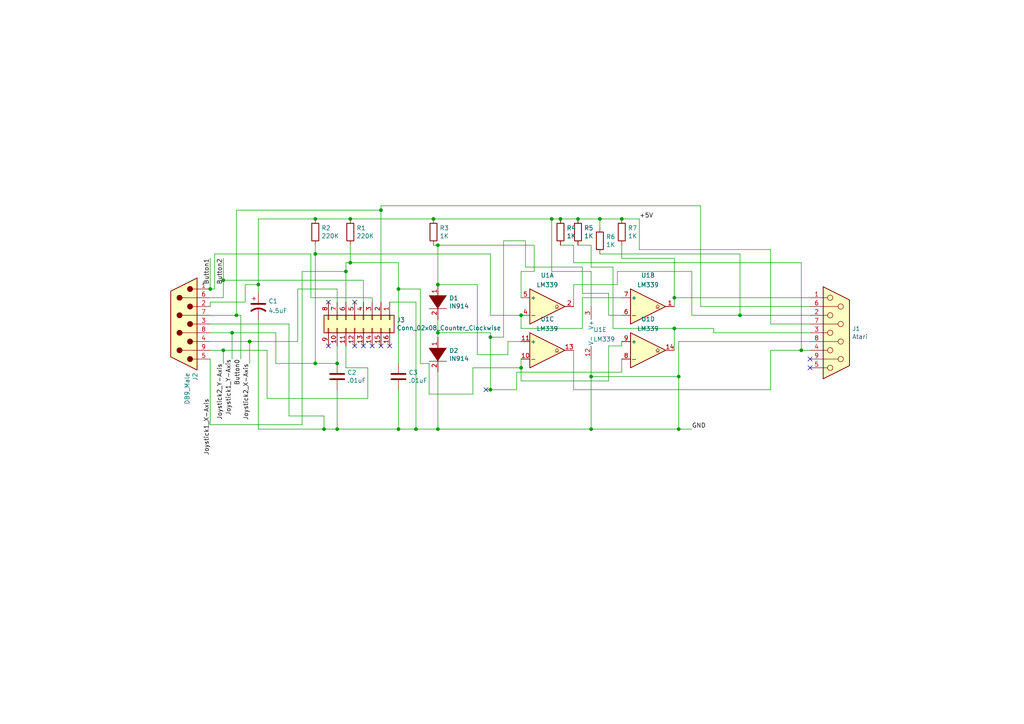
<source format=kicad_sch>
(kicad_sch (version 20211123) (generator eeschema)

  (uuid da469d11-a8a4-414b-9449-d151eeaf4853)

  (paper "A4")

  (lib_symbols
    (symbol "Comparator:LM339" (pin_names (offset 0.127)) (in_bom yes) (on_board yes)
      (property "Reference" "U" (id 0) (at 0 5.08 0)
        (effects (font (size 1.27 1.27)) (justify left))
      )
      (property "Value" "LM339" (id 1) (at 0 -5.08 0)
        (effects (font (size 1.27 1.27)) (justify left))
      )
      (property "Footprint" "" (id 2) (at -1.27 2.54 0)
        (effects (font (size 1.27 1.27)) hide)
      )
      (property "Datasheet" "https://www.st.com/resource/en/datasheet/lm139.pdf" (id 3) (at 1.27 5.08 0)
        (effects (font (size 1.27 1.27)) hide)
      )
      (property "ki_locked" "" (id 4) (at 0 0 0)
        (effects (font (size 1.27 1.27)))
      )
      (property "ki_keywords" "cmp open collector" (id 5) (at 0 0 0)
        (effects (font (size 1.27 1.27)) hide)
      )
      (property "ki_description" "Quad Differential Comparators, SOIC-14/TSSOP-14" (id 6) (at 0 0 0)
        (effects (font (size 1.27 1.27)) hide)
      )
      (property "ki_fp_filters" "SOIC*3.9x8.7mm*P1.27mm* TSSOP*4.4x5mm*P0.65mm*" (id 7) (at 0 0 0)
        (effects (font (size 1.27 1.27)) hide)
      )
      (symbol "LM339_1_1"
        (polyline
          (pts
            (xy -5.08 5.08)
            (xy 5.08 0)
            (xy -5.08 -5.08)
            (xy -5.08 5.08)
          )
          (stroke (width 0.254) (type default) (color 0 0 0 0))
          (fill (type background))
        )
        (polyline
          (pts
            (xy 3.302 -0.508)
            (xy 2.794 -0.508)
            (xy 3.302 0)
            (xy 2.794 0.508)
            (xy 2.286 0)
            (xy 2.794 -0.508)
            (xy 2.286 -0.508)
          )
          (stroke (width 0.127) (type default) (color 0 0 0 0))
          (fill (type none))
        )
        (pin open_collector line (at 7.62 0 180) (length 2.54)
          (name "~" (effects (font (size 1.27 1.27))))
          (number "2" (effects (font (size 1.27 1.27))))
        )
        (pin input line (at -7.62 -2.54 0) (length 2.54)
          (name "-" (effects (font (size 1.27 1.27))))
          (number "4" (effects (font (size 1.27 1.27))))
        )
        (pin input line (at -7.62 2.54 0) (length 2.54)
          (name "+" (effects (font (size 1.27 1.27))))
          (number "5" (effects (font (size 1.27 1.27))))
        )
      )
      (symbol "LM339_2_1"
        (polyline
          (pts
            (xy -5.08 5.08)
            (xy 5.08 0)
            (xy -5.08 -5.08)
            (xy -5.08 5.08)
          )
          (stroke (width 0.254) (type default) (color 0 0 0 0))
          (fill (type background))
        )
        (polyline
          (pts
            (xy 3.302 -0.508)
            (xy 2.794 -0.508)
            (xy 3.302 0)
            (xy 2.794 0.508)
            (xy 2.286 0)
            (xy 2.794 -0.508)
            (xy 2.286 -0.508)
          )
          (stroke (width 0.127) (type default) (color 0 0 0 0))
          (fill (type none))
        )
        (pin open_collector line (at 7.62 0 180) (length 2.54)
          (name "~" (effects (font (size 1.27 1.27))))
          (number "1" (effects (font (size 1.27 1.27))))
        )
        (pin input line (at -7.62 -2.54 0) (length 2.54)
          (name "-" (effects (font (size 1.27 1.27))))
          (number "6" (effects (font (size 1.27 1.27))))
        )
        (pin input line (at -7.62 2.54 0) (length 2.54)
          (name "+" (effects (font (size 1.27 1.27))))
          (number "7" (effects (font (size 1.27 1.27))))
        )
      )
      (symbol "LM339_3_1"
        (polyline
          (pts
            (xy -5.08 5.08)
            (xy 5.08 0)
            (xy -5.08 -5.08)
            (xy -5.08 5.08)
          )
          (stroke (width 0.254) (type default) (color 0 0 0 0))
          (fill (type background))
        )
        (polyline
          (pts
            (xy 3.302 -0.508)
            (xy 2.794 -0.508)
            (xy 3.302 0)
            (xy 2.794 0.508)
            (xy 2.286 0)
            (xy 2.794 -0.508)
            (xy 2.286 -0.508)
          )
          (stroke (width 0.127) (type default) (color 0 0 0 0))
          (fill (type none))
        )
        (pin input line (at -7.62 -2.54 0) (length 2.54)
          (name "-" (effects (font (size 1.27 1.27))))
          (number "10" (effects (font (size 1.27 1.27))))
        )
        (pin input line (at -7.62 2.54 0) (length 2.54)
          (name "+" (effects (font (size 1.27 1.27))))
          (number "11" (effects (font (size 1.27 1.27))))
        )
        (pin open_collector line (at 7.62 0 180) (length 2.54)
          (name "~" (effects (font (size 1.27 1.27))))
          (number "13" (effects (font (size 1.27 1.27))))
        )
      )
      (symbol "LM339_4_1"
        (polyline
          (pts
            (xy -5.08 5.08)
            (xy 5.08 0)
            (xy -5.08 -5.08)
            (xy -5.08 5.08)
          )
          (stroke (width 0.254) (type default) (color 0 0 0 0))
          (fill (type background))
        )
        (polyline
          (pts
            (xy 3.302 -0.508)
            (xy 2.794 -0.508)
            (xy 3.302 0)
            (xy 2.794 0.508)
            (xy 2.286 0)
            (xy 2.794 -0.508)
            (xy 2.286 -0.508)
          )
          (stroke (width 0.127) (type default) (color 0 0 0 0))
          (fill (type none))
        )
        (pin open_collector line (at 7.62 0 180) (length 2.54)
          (name "~" (effects (font (size 1.27 1.27))))
          (number "14" (effects (font (size 1.27 1.27))))
        )
        (pin input line (at -7.62 -2.54 0) (length 2.54)
          (name "-" (effects (font (size 1.27 1.27))))
          (number "8" (effects (font (size 1.27 1.27))))
        )
        (pin input line (at -7.62 2.54 0) (length 2.54)
          (name "+" (effects (font (size 1.27 1.27))))
          (number "9" (effects (font (size 1.27 1.27))))
        )
      )
      (symbol "LM339_5_1"
        (pin power_in line (at -2.54 -7.62 90) (length 3.81)
          (name "V-" (effects (font (size 1.27 1.27))))
          (number "12" (effects (font (size 1.27 1.27))))
        )
        (pin power_in line (at -2.54 7.62 270) (length 3.81)
          (name "V+" (effects (font (size 1.27 1.27))))
          (number "3" (effects (font (size 1.27 1.27))))
        )
      )
    )
    (symbol "Connector:DB9_Female" (pin_names (offset 1.016) hide) (in_bom yes) (on_board yes)
      (property "Reference" "J" (id 0) (at 0 13.97 0)
        (effects (font (size 1.27 1.27)))
      )
      (property "Value" "DB9_Female" (id 1) (at 0 -14.605 0)
        (effects (font (size 1.27 1.27)))
      )
      (property "Footprint" "" (id 2) (at 0 0 0)
        (effects (font (size 1.27 1.27)) hide)
      )
      (property "Datasheet" " ~" (id 3) (at 0 0 0)
        (effects (font (size 1.27 1.27)) hide)
      )
      (property "ki_keywords" "connector female D-SUB" (id 4) (at 0 0 0)
        (effects (font (size 1.27 1.27)) hide)
      )
      (property "ki_description" "9-pin female D-SUB connector" (id 5) (at 0 0 0)
        (effects (font (size 1.27 1.27)) hide)
      )
      (property "ki_fp_filters" "DSUB*Female*" (id 6) (at 0 0 0)
        (effects (font (size 1.27 1.27)) hide)
      )
      (symbol "DB9_Female_0_1"
        (circle (center -1.778 -10.16) (radius 0.762)
          (stroke (width 0) (type default) (color 0 0 0 0))
          (fill (type none))
        )
        (circle (center -1.778 -5.08) (radius 0.762)
          (stroke (width 0) (type default) (color 0 0 0 0))
          (fill (type none))
        )
        (circle (center -1.778 0) (radius 0.762)
          (stroke (width 0) (type default) (color 0 0 0 0))
          (fill (type none))
        )
        (circle (center -1.778 5.08) (radius 0.762)
          (stroke (width 0) (type default) (color 0 0 0 0))
          (fill (type none))
        )
        (circle (center -1.778 10.16) (radius 0.762)
          (stroke (width 0) (type default) (color 0 0 0 0))
          (fill (type none))
        )
        (polyline
          (pts
            (xy -3.81 -10.16)
            (xy -2.54 -10.16)
          )
          (stroke (width 0) (type default) (color 0 0 0 0))
          (fill (type none))
        )
        (polyline
          (pts
            (xy -3.81 -7.62)
            (xy 0.508 -7.62)
          )
          (stroke (width 0) (type default) (color 0 0 0 0))
          (fill (type none))
        )
        (polyline
          (pts
            (xy -3.81 -5.08)
            (xy -2.54 -5.08)
          )
          (stroke (width 0) (type default) (color 0 0 0 0))
          (fill (type none))
        )
        (polyline
          (pts
            (xy -3.81 -2.54)
            (xy 0.508 -2.54)
          )
          (stroke (width 0) (type default) (color 0 0 0 0))
          (fill (type none))
        )
        (polyline
          (pts
            (xy -3.81 0)
            (xy -2.54 0)
          )
          (stroke (width 0) (type default) (color 0 0 0 0))
          (fill (type none))
        )
        (polyline
          (pts
            (xy -3.81 2.54)
            (xy 0.508 2.54)
          )
          (stroke (width 0) (type default) (color 0 0 0 0))
          (fill (type none))
        )
        (polyline
          (pts
            (xy -3.81 5.08)
            (xy -2.54 5.08)
          )
          (stroke (width 0) (type default) (color 0 0 0 0))
          (fill (type none))
        )
        (polyline
          (pts
            (xy -3.81 7.62)
            (xy 0.508 7.62)
          )
          (stroke (width 0) (type default) (color 0 0 0 0))
          (fill (type none))
        )
        (polyline
          (pts
            (xy -3.81 10.16)
            (xy -2.54 10.16)
          )
          (stroke (width 0) (type default) (color 0 0 0 0))
          (fill (type none))
        )
        (polyline
          (pts
            (xy -3.81 13.335)
            (xy -3.81 -13.335)
            (xy 3.81 -9.525)
            (xy 3.81 9.525)
            (xy -3.81 13.335)
          )
          (stroke (width 0.254) (type default) (color 0 0 0 0))
          (fill (type background))
        )
        (circle (center 1.27 -7.62) (radius 0.762)
          (stroke (width 0) (type default) (color 0 0 0 0))
          (fill (type none))
        )
        (circle (center 1.27 -2.54) (radius 0.762)
          (stroke (width 0) (type default) (color 0 0 0 0))
          (fill (type none))
        )
        (circle (center 1.27 2.54) (radius 0.762)
          (stroke (width 0) (type default) (color 0 0 0 0))
          (fill (type none))
        )
        (circle (center 1.27 7.62) (radius 0.762)
          (stroke (width 0) (type default) (color 0 0 0 0))
          (fill (type none))
        )
      )
      (symbol "DB9_Female_1_1"
        (pin passive line (at -7.62 10.16 0) (length 3.81)
          (name "1" (effects (font (size 1.27 1.27))))
          (number "1" (effects (font (size 1.27 1.27))))
        )
        (pin passive line (at -7.62 5.08 0) (length 3.81)
          (name "2" (effects (font (size 1.27 1.27))))
          (number "2" (effects (font (size 1.27 1.27))))
        )
        (pin passive line (at -7.62 0 0) (length 3.81)
          (name "3" (effects (font (size 1.27 1.27))))
          (number "3" (effects (font (size 1.27 1.27))))
        )
        (pin passive line (at -7.62 -5.08 0) (length 3.81)
          (name "4" (effects (font (size 1.27 1.27))))
          (number "4" (effects (font (size 1.27 1.27))))
        )
        (pin passive line (at -7.62 -10.16 0) (length 3.81)
          (name "5" (effects (font (size 1.27 1.27))))
          (number "5" (effects (font (size 1.27 1.27))))
        )
        (pin passive line (at -7.62 7.62 0) (length 3.81)
          (name "6" (effects (font (size 1.27 1.27))))
          (number "6" (effects (font (size 1.27 1.27))))
        )
        (pin passive line (at -7.62 2.54 0) (length 3.81)
          (name "7" (effects (font (size 1.27 1.27))))
          (number "7" (effects (font (size 1.27 1.27))))
        )
        (pin passive line (at -7.62 -2.54 0) (length 3.81)
          (name "8" (effects (font (size 1.27 1.27))))
          (number "8" (effects (font (size 1.27 1.27))))
        )
        (pin passive line (at -7.62 -7.62 0) (length 3.81)
          (name "9" (effects (font (size 1.27 1.27))))
          (number "9" (effects (font (size 1.27 1.27))))
        )
      )
    )
    (symbol "Connector:DB9_Male" (pin_names (offset 1.016) hide) (in_bom yes) (on_board yes)
      (property "Reference" "J" (id 0) (at 0 13.97 0)
        (effects (font (size 1.27 1.27)))
      )
      (property "Value" "DB9_Male" (id 1) (at 0 -14.605 0)
        (effects (font (size 1.27 1.27)))
      )
      (property "Footprint" "" (id 2) (at 0 0 0)
        (effects (font (size 1.27 1.27)) hide)
      )
      (property "Datasheet" " ~" (id 3) (at 0 0 0)
        (effects (font (size 1.27 1.27)) hide)
      )
      (property "ki_keywords" "connector male D-SUB" (id 4) (at 0 0 0)
        (effects (font (size 1.27 1.27)) hide)
      )
      (property "ki_description" "9-pin male D-SUB connector" (id 5) (at 0 0 0)
        (effects (font (size 1.27 1.27)) hide)
      )
      (property "ki_fp_filters" "DSUB*Male*" (id 6) (at 0 0 0)
        (effects (font (size 1.27 1.27)) hide)
      )
      (symbol "DB9_Male_0_1"
        (circle (center -1.778 -10.16) (radius 0.762)
          (stroke (width 0) (type default) (color 0 0 0 0))
          (fill (type outline))
        )
        (circle (center -1.778 -5.08) (radius 0.762)
          (stroke (width 0) (type default) (color 0 0 0 0))
          (fill (type outline))
        )
        (circle (center -1.778 0) (radius 0.762)
          (stroke (width 0) (type default) (color 0 0 0 0))
          (fill (type outline))
        )
        (circle (center -1.778 5.08) (radius 0.762)
          (stroke (width 0) (type default) (color 0 0 0 0))
          (fill (type outline))
        )
        (circle (center -1.778 10.16) (radius 0.762)
          (stroke (width 0) (type default) (color 0 0 0 0))
          (fill (type outline))
        )
        (polyline
          (pts
            (xy -3.81 -10.16)
            (xy -2.54 -10.16)
          )
          (stroke (width 0) (type default) (color 0 0 0 0))
          (fill (type none))
        )
        (polyline
          (pts
            (xy -3.81 -7.62)
            (xy 0.508 -7.62)
          )
          (stroke (width 0) (type default) (color 0 0 0 0))
          (fill (type none))
        )
        (polyline
          (pts
            (xy -3.81 -5.08)
            (xy -2.54 -5.08)
          )
          (stroke (width 0) (type default) (color 0 0 0 0))
          (fill (type none))
        )
        (polyline
          (pts
            (xy -3.81 -2.54)
            (xy 0.508 -2.54)
          )
          (stroke (width 0) (type default) (color 0 0 0 0))
          (fill (type none))
        )
        (polyline
          (pts
            (xy -3.81 0)
            (xy -2.54 0)
          )
          (stroke (width 0) (type default) (color 0 0 0 0))
          (fill (type none))
        )
        (polyline
          (pts
            (xy -3.81 2.54)
            (xy 0.508 2.54)
          )
          (stroke (width 0) (type default) (color 0 0 0 0))
          (fill (type none))
        )
        (polyline
          (pts
            (xy -3.81 5.08)
            (xy -2.54 5.08)
          )
          (stroke (width 0) (type default) (color 0 0 0 0))
          (fill (type none))
        )
        (polyline
          (pts
            (xy -3.81 7.62)
            (xy 0.508 7.62)
          )
          (stroke (width 0) (type default) (color 0 0 0 0))
          (fill (type none))
        )
        (polyline
          (pts
            (xy -3.81 10.16)
            (xy -2.54 10.16)
          )
          (stroke (width 0) (type default) (color 0 0 0 0))
          (fill (type none))
        )
        (polyline
          (pts
            (xy -3.81 -13.335)
            (xy -3.81 13.335)
            (xy 3.81 9.525)
            (xy 3.81 -9.525)
            (xy -3.81 -13.335)
          )
          (stroke (width 0.254) (type default) (color 0 0 0 0))
          (fill (type background))
        )
        (circle (center 1.27 -7.62) (radius 0.762)
          (stroke (width 0) (type default) (color 0 0 0 0))
          (fill (type outline))
        )
        (circle (center 1.27 -2.54) (radius 0.762)
          (stroke (width 0) (type default) (color 0 0 0 0))
          (fill (type outline))
        )
        (circle (center 1.27 2.54) (radius 0.762)
          (stroke (width 0) (type default) (color 0 0 0 0))
          (fill (type outline))
        )
        (circle (center 1.27 7.62) (radius 0.762)
          (stroke (width 0) (type default) (color 0 0 0 0))
          (fill (type outline))
        )
      )
      (symbol "DB9_Male_1_1"
        (pin passive line (at -7.62 -10.16 0) (length 3.81)
          (name "1" (effects (font (size 1.27 1.27))))
          (number "1" (effects (font (size 1.27 1.27))))
        )
        (pin passive line (at -7.62 -5.08 0) (length 3.81)
          (name "2" (effects (font (size 1.27 1.27))))
          (number "2" (effects (font (size 1.27 1.27))))
        )
        (pin passive line (at -7.62 0 0) (length 3.81)
          (name "3" (effects (font (size 1.27 1.27))))
          (number "3" (effects (font (size 1.27 1.27))))
        )
        (pin passive line (at -7.62 5.08 0) (length 3.81)
          (name "4" (effects (font (size 1.27 1.27))))
          (number "4" (effects (font (size 1.27 1.27))))
        )
        (pin passive line (at -7.62 10.16 0) (length 3.81)
          (name "5" (effects (font (size 1.27 1.27))))
          (number "5" (effects (font (size 1.27 1.27))))
        )
        (pin passive line (at -7.62 -7.62 0) (length 3.81)
          (name "6" (effects (font (size 1.27 1.27))))
          (number "6" (effects (font (size 1.27 1.27))))
        )
        (pin passive line (at -7.62 -2.54 0) (length 3.81)
          (name "7" (effects (font (size 1.27 1.27))))
          (number "7" (effects (font (size 1.27 1.27))))
        )
        (pin passive line (at -7.62 2.54 0) (length 3.81)
          (name "8" (effects (font (size 1.27 1.27))))
          (number "8" (effects (font (size 1.27 1.27))))
        )
        (pin passive line (at -7.62 7.62 0) (length 3.81)
          (name "9" (effects (font (size 1.27 1.27))))
          (number "9" (effects (font (size 1.27 1.27))))
        )
      )
    )
    (symbol "Connector_Generic:Conn_02x08_Counter_Clockwise" (pin_names (offset 1.016) hide) (in_bom yes) (on_board yes)
      (property "Reference" "J" (id 0) (at 1.27 10.16 0)
        (effects (font (size 1.27 1.27)))
      )
      (property "Value" "Conn_02x08_Counter_Clockwise" (id 1) (at 1.27 -12.7 0)
        (effects (font (size 1.27 1.27)))
      )
      (property "Footprint" "" (id 2) (at 0 0 0)
        (effects (font (size 1.27 1.27)) hide)
      )
      (property "Datasheet" "~" (id 3) (at 0 0 0)
        (effects (font (size 1.27 1.27)) hide)
      )
      (property "ki_keywords" "connector" (id 4) (at 0 0 0)
        (effects (font (size 1.27 1.27)) hide)
      )
      (property "ki_description" "Generic connector, double row, 02x08, counter clockwise pin numbering scheme (similar to DIP packge numbering), script generated (kicad-library-utils/schlib/autogen/connector/)" (id 5) (at 0 0 0)
        (effects (font (size 1.27 1.27)) hide)
      )
      (property "ki_fp_filters" "Connector*:*_2x??_*" (id 6) (at 0 0 0)
        (effects (font (size 1.27 1.27)) hide)
      )
      (symbol "Conn_02x08_Counter_Clockwise_1_1"
        (rectangle (start -1.27 -10.033) (end 0 -10.287)
          (stroke (width 0.1524) (type default) (color 0 0 0 0))
          (fill (type none))
        )
        (rectangle (start -1.27 -7.493) (end 0 -7.747)
          (stroke (width 0.1524) (type default) (color 0 0 0 0))
          (fill (type none))
        )
        (rectangle (start -1.27 -4.953) (end 0 -5.207)
          (stroke (width 0.1524) (type default) (color 0 0 0 0))
          (fill (type none))
        )
        (rectangle (start -1.27 -2.413) (end 0 -2.667)
          (stroke (width 0.1524) (type default) (color 0 0 0 0))
          (fill (type none))
        )
        (rectangle (start -1.27 0.127) (end 0 -0.127)
          (stroke (width 0.1524) (type default) (color 0 0 0 0))
          (fill (type none))
        )
        (rectangle (start -1.27 2.667) (end 0 2.413)
          (stroke (width 0.1524) (type default) (color 0 0 0 0))
          (fill (type none))
        )
        (rectangle (start -1.27 5.207) (end 0 4.953)
          (stroke (width 0.1524) (type default) (color 0 0 0 0))
          (fill (type none))
        )
        (rectangle (start -1.27 7.747) (end 0 7.493)
          (stroke (width 0.1524) (type default) (color 0 0 0 0))
          (fill (type none))
        )
        (rectangle (start -1.27 8.89) (end 3.81 -11.43)
          (stroke (width 0.254) (type default) (color 0 0 0 0))
          (fill (type background))
        )
        (rectangle (start 3.81 -10.033) (end 2.54 -10.287)
          (stroke (width 0.1524) (type default) (color 0 0 0 0))
          (fill (type none))
        )
        (rectangle (start 3.81 -7.493) (end 2.54 -7.747)
          (stroke (width 0.1524) (type default) (color 0 0 0 0))
          (fill (type none))
        )
        (rectangle (start 3.81 -4.953) (end 2.54 -5.207)
          (stroke (width 0.1524) (type default) (color 0 0 0 0))
          (fill (type none))
        )
        (rectangle (start 3.81 -2.413) (end 2.54 -2.667)
          (stroke (width 0.1524) (type default) (color 0 0 0 0))
          (fill (type none))
        )
        (rectangle (start 3.81 0.127) (end 2.54 -0.127)
          (stroke (width 0.1524) (type default) (color 0 0 0 0))
          (fill (type none))
        )
        (rectangle (start 3.81 2.667) (end 2.54 2.413)
          (stroke (width 0.1524) (type default) (color 0 0 0 0))
          (fill (type none))
        )
        (rectangle (start 3.81 5.207) (end 2.54 4.953)
          (stroke (width 0.1524) (type default) (color 0 0 0 0))
          (fill (type none))
        )
        (rectangle (start 3.81 7.747) (end 2.54 7.493)
          (stroke (width 0.1524) (type default) (color 0 0 0 0))
          (fill (type none))
        )
        (pin passive line (at -5.08 7.62 0) (length 3.81)
          (name "Pin_1" (effects (font (size 1.27 1.27))))
          (number "1" (effects (font (size 1.27 1.27))))
        )
        (pin passive line (at 7.62 -7.62 180) (length 3.81)
          (name "Pin_10" (effects (font (size 1.27 1.27))))
          (number "10" (effects (font (size 1.27 1.27))))
        )
        (pin passive line (at 7.62 -5.08 180) (length 3.81)
          (name "Pin_11" (effects (font (size 1.27 1.27))))
          (number "11" (effects (font (size 1.27 1.27))))
        )
        (pin passive line (at 7.62 -2.54 180) (length 3.81)
          (name "Pin_12" (effects (font (size 1.27 1.27))))
          (number "12" (effects (font (size 1.27 1.27))))
        )
        (pin passive line (at 7.62 0 180) (length 3.81)
          (name "Pin_13" (effects (font (size 1.27 1.27))))
          (number "13" (effects (font (size 1.27 1.27))))
        )
        (pin passive line (at 7.62 2.54 180) (length 3.81)
          (name "Pin_14" (effects (font (size 1.27 1.27))))
          (number "14" (effects (font (size 1.27 1.27))))
        )
        (pin passive line (at 7.62 5.08 180) (length 3.81)
          (name "Pin_15" (effects (font (size 1.27 1.27))))
          (number "15" (effects (font (size 1.27 1.27))))
        )
        (pin passive line (at 7.62 7.62 180) (length 3.81)
          (name "Pin_16" (effects (font (size 1.27 1.27))))
          (number "16" (effects (font (size 1.27 1.27))))
        )
        (pin passive line (at -5.08 5.08 0) (length 3.81)
          (name "Pin_2" (effects (font (size 1.27 1.27))))
          (number "2" (effects (font (size 1.27 1.27))))
        )
        (pin passive line (at -5.08 2.54 0) (length 3.81)
          (name "Pin_3" (effects (font (size 1.27 1.27))))
          (number "3" (effects (font (size 1.27 1.27))))
        )
        (pin passive line (at -5.08 0 0) (length 3.81)
          (name "Pin_4" (effects (font (size 1.27 1.27))))
          (number "4" (effects (font (size 1.27 1.27))))
        )
        (pin passive line (at -5.08 -2.54 0) (length 3.81)
          (name "Pin_5" (effects (font (size 1.27 1.27))))
          (number "5" (effects (font (size 1.27 1.27))))
        )
        (pin passive line (at -5.08 -5.08 0) (length 3.81)
          (name "Pin_6" (effects (font (size 1.27 1.27))))
          (number "6" (effects (font (size 1.27 1.27))))
        )
        (pin passive line (at -5.08 -7.62 0) (length 3.81)
          (name "Pin_7" (effects (font (size 1.27 1.27))))
          (number "7" (effects (font (size 1.27 1.27))))
        )
        (pin passive line (at -5.08 -10.16 0) (length 3.81)
          (name "Pin_8" (effects (font (size 1.27 1.27))))
          (number "8" (effects (font (size 1.27 1.27))))
        )
        (pin passive line (at 7.62 -10.16 180) (length 3.81)
          (name "Pin_9" (effects (font (size 1.27 1.27))))
          (number "9" (effects (font (size 1.27 1.27))))
        )
      )
    )
    (symbol "Device:C" (pin_numbers hide) (pin_names (offset 0.254)) (in_bom yes) (on_board yes)
      (property "Reference" "C" (id 0) (at 0.635 2.54 0)
        (effects (font (size 1.27 1.27)) (justify left))
      )
      (property "Value" "C" (id 1) (at 0.635 -2.54 0)
        (effects (font (size 1.27 1.27)) (justify left))
      )
      (property "Footprint" "" (id 2) (at 0.9652 -3.81 0)
        (effects (font (size 1.27 1.27)) hide)
      )
      (property "Datasheet" "~" (id 3) (at 0 0 0)
        (effects (font (size 1.27 1.27)) hide)
      )
      (property "ki_keywords" "cap capacitor" (id 4) (at 0 0 0)
        (effects (font (size 1.27 1.27)) hide)
      )
      (property "ki_description" "Unpolarized capacitor" (id 5) (at 0 0 0)
        (effects (font (size 1.27 1.27)) hide)
      )
      (property "ki_fp_filters" "C_*" (id 6) (at 0 0 0)
        (effects (font (size 1.27 1.27)) hide)
      )
      (symbol "C_0_1"
        (polyline
          (pts
            (xy -2.032 -0.762)
            (xy 2.032 -0.762)
          )
          (stroke (width 0.508) (type default) (color 0 0 0 0))
          (fill (type none))
        )
        (polyline
          (pts
            (xy -2.032 0.762)
            (xy 2.032 0.762)
          )
          (stroke (width 0.508) (type default) (color 0 0 0 0))
          (fill (type none))
        )
      )
      (symbol "C_1_1"
        (pin passive line (at 0 3.81 270) (length 2.794)
          (name "~" (effects (font (size 1.27 1.27))))
          (number "1" (effects (font (size 1.27 1.27))))
        )
        (pin passive line (at 0 -3.81 90) (length 2.794)
          (name "~" (effects (font (size 1.27 1.27))))
          (number "2" (effects (font (size 1.27 1.27))))
        )
      )
    )
    (symbol "Device:C_Polarized_US" (pin_numbers hide) (pin_names (offset 0.254) hide) (in_bom yes) (on_board yes)
      (property "Reference" "C" (id 0) (at 0.635 2.54 0)
        (effects (font (size 1.27 1.27)) (justify left))
      )
      (property "Value" "C_Polarized_US" (id 1) (at 0.635 -2.54 0)
        (effects (font (size 1.27 1.27)) (justify left))
      )
      (property "Footprint" "" (id 2) (at 0 0 0)
        (effects (font (size 1.27 1.27)) hide)
      )
      (property "Datasheet" "~" (id 3) (at 0 0 0)
        (effects (font (size 1.27 1.27)) hide)
      )
      (property "ki_keywords" "cap capacitor" (id 4) (at 0 0 0)
        (effects (font (size 1.27 1.27)) hide)
      )
      (property "ki_description" "Polarized capacitor, US symbol" (id 5) (at 0 0 0)
        (effects (font (size 1.27 1.27)) hide)
      )
      (property "ki_fp_filters" "CP_*" (id 6) (at 0 0 0)
        (effects (font (size 1.27 1.27)) hide)
      )
      (symbol "C_Polarized_US_0_1"
        (polyline
          (pts
            (xy -2.032 0.762)
            (xy 2.032 0.762)
          )
          (stroke (width 0.508) (type default) (color 0 0 0 0))
          (fill (type none))
        )
        (polyline
          (pts
            (xy -1.778 2.286)
            (xy -0.762 2.286)
          )
          (stroke (width 0) (type default) (color 0 0 0 0))
          (fill (type none))
        )
        (polyline
          (pts
            (xy -1.27 1.778)
            (xy -1.27 2.794)
          )
          (stroke (width 0) (type default) (color 0 0 0 0))
          (fill (type none))
        )
        (arc (start 2.032 -1.27) (mid 0 -0.5572) (end -2.032 -1.27)
          (stroke (width 0.508) (type default) (color 0 0 0 0))
          (fill (type none))
        )
      )
      (symbol "C_Polarized_US_1_1"
        (pin passive line (at 0 3.81 270) (length 2.794)
          (name "~" (effects (font (size 1.27 1.27))))
          (number "1" (effects (font (size 1.27 1.27))))
        )
        (pin passive line (at 0 -3.81 90) (length 3.302)
          (name "~" (effects (font (size 1.27 1.27))))
          (number "2" (effects (font (size 1.27 1.27))))
        )
      )
    )
    (symbol "Device:R" (pin_numbers hide) (pin_names (offset 0)) (in_bom yes) (on_board yes)
      (property "Reference" "R" (id 0) (at 2.032 0 90)
        (effects (font (size 1.27 1.27)))
      )
      (property "Value" "R" (id 1) (at 0 0 90)
        (effects (font (size 1.27 1.27)))
      )
      (property "Footprint" "" (id 2) (at -1.778 0 90)
        (effects (font (size 1.27 1.27)) hide)
      )
      (property "Datasheet" "~" (id 3) (at 0 0 0)
        (effects (font (size 1.27 1.27)) hide)
      )
      (property "ki_keywords" "R res resistor" (id 4) (at 0 0 0)
        (effects (font (size 1.27 1.27)) hide)
      )
      (property "ki_description" "Resistor" (id 5) (at 0 0 0)
        (effects (font (size 1.27 1.27)) hide)
      )
      (property "ki_fp_filters" "R_*" (id 6) (at 0 0 0)
        (effects (font (size 1.27 1.27)) hide)
      )
      (symbol "R_0_1"
        (rectangle (start -1.016 -2.54) (end 1.016 2.54)
          (stroke (width 0.254) (type default) (color 0 0 0 0))
          (fill (type none))
        )
      )
      (symbol "R_1_1"
        (pin passive line (at 0 3.81 270) (length 1.27)
          (name "~" (effects (font (size 1.27 1.27))))
          (number "1" (effects (font (size 1.27 1.27))))
        )
        (pin passive line (at 0 -3.81 90) (length 1.27)
          (name "~" (effects (font (size 1.27 1.27))))
          (number "2" (effects (font (size 1.27 1.27))))
        )
      )
    )
    (symbol "pspice:DIODE" (pin_names (offset 1.016) hide) (in_bom yes) (on_board yes)
      (property "Reference" "D" (id 0) (at 0 3.81 0)
        (effects (font (size 1.27 1.27)))
      )
      (property "Value" "DIODE" (id 1) (at 0 -4.445 0)
        (effects (font (size 1.27 1.27)))
      )
      (property "Footprint" "" (id 2) (at 0 0 0)
        (effects (font (size 1.27 1.27)) hide)
      )
      (property "Datasheet" "~" (id 3) (at 0 0 0)
        (effects (font (size 1.27 1.27)) hide)
      )
      (property "ki_keywords" "simulation" (id 4) (at 0 0 0)
        (effects (font (size 1.27 1.27)) hide)
      )
      (property "ki_description" "Diode symbol for simulation only. Pin order incompatible with official kicad footprints" (id 5) (at 0 0 0)
        (effects (font (size 1.27 1.27)) hide)
      )
      (symbol "DIODE_0_1"
        (polyline
          (pts
            (xy 1.905 2.54)
            (xy 1.905 -2.54)
          )
          (stroke (width 0) (type default) (color 0 0 0 0))
          (fill (type none))
        )
        (polyline
          (pts
            (xy -1.905 2.54)
            (xy -1.905 -2.54)
            (xy 1.905 0)
          )
          (stroke (width 0) (type default) (color 0 0 0 0))
          (fill (type outline))
        )
      )
      (symbol "DIODE_1_1"
        (pin input line (at -5.08 0 0) (length 3.81)
          (name "K" (effects (font (size 1.27 1.27))))
          (number "1" (effects (font (size 1.27 1.27))))
        )
        (pin input line (at 5.08 0 180) (length 3.81)
          (name "A" (effects (font (size 1.27 1.27))))
          (number "2" (effects (font (size 1.27 1.27))))
        )
      )
    )
  )

  (junction (at 64.77 81.28) (diameter 0) (color 0 0 0 0)
    (uuid 0351df45-d042-41d4-ba35-88092c7be2fc)
  )
  (junction (at 127 96.52) (diameter 0) (color 0 0 0 0)
    (uuid 05d4b5be-3a69-447a-ab29-3d1aab3309da)
  )
  (junction (at 110.49 60.96) (diameter 0) (color 0 0 0 0)
    (uuid 0e1ed1c5-7428-4dc7-b76e-49b2d5f8177d)
  )
  (junction (at 60.96 83.82) (diameter 0) (color 0 0 0 0)
    (uuid 21ae9c3a-7138-444e-be38-56a4842ab594)
  )
  (junction (at 151.13 91.44) (diameter 0) (color 0 0 0 0)
    (uuid 21d037b1-2bfd-4dad-abcd-4eae887c0b36)
  )
  (junction (at 127 82.55) (diameter 0) (color 0 0 0 0)
    (uuid 24f7628d-681d-4f0e-8409-40a129e929d9)
  )
  (junction (at 74.93 82.55) (diameter 0) (color 0 0 0 0)
    (uuid 29195ea4-8218-44a1-b4bf-466bee0082e4)
  )
  (junction (at 167.64 63.5) (diameter 0) (color 0 0 0 0)
    (uuid 2d210a96-f81f-42a9-8bf4-1b43c11086f3)
  )
  (junction (at 68.58 91.44) (diameter 0) (color 0 0 0 0)
    (uuid 2d67a417-188f-4014-9282-000265d80009)
  )
  (junction (at 100.33 78.74) (diameter 0) (color 0 0 0 0)
    (uuid 37e8181c-a81e-498b-b2e2-0aef0c391059)
  )
  (junction (at 195.58 86.36) (diameter 0) (color 0 0 0 0)
    (uuid 381d6627-d04a-4e23-bf25-4e969f80eb5d)
  )
  (junction (at 195.58 95.25) (diameter 0) (color 0 0 0 0)
    (uuid 39102482-8482-4f19-8322-a8b1a2c9f1cd)
  )
  (junction (at 101.6 63.5) (diameter 0) (color 0 0 0 0)
    (uuid 45008225-f50f-4d6b-b508-6730a9408caf)
  )
  (junction (at 93.98 124.46) (diameter 0) (color 0 0 0 0)
    (uuid 4632212f-13ce-4392-bc68-ccb9ba333770)
  )
  (junction (at 142.24 113.03) (diameter 0) (color 0 0 0 0)
    (uuid 47ae3475-9e8c-4e4c-94f1-9d437e383f28)
  )
  (junction (at 151.13 106.68) (diameter 0) (color 0 0 0 0)
    (uuid 4db2cb6f-c8bb-4623-b165-530a0a02cfc6)
  )
  (junction (at 72.39 99.06) (diameter 0) (color 0 0 0 0)
    (uuid 5ca4be1c-537e-4a4a-b344-d0c8ffde8546)
  )
  (junction (at 67.31 96.52) (diameter 0) (color 0 0 0 0)
    (uuid 6284122b-79c3-4e04-925e-3d32cc3ec077)
  )
  (junction (at 91.44 105.41) (diameter 0) (color 0 0 0 0)
    (uuid 67763d19-f622-4e1e-81e5-5b24da7c3f99)
  )
  (junction (at 173.99 63.5) (diameter 0) (color 0 0 0 0)
    (uuid 6c2e273e-743c-4f1e-a647-4171f8122550)
  )
  (junction (at 232.41 101.6) (diameter 0) (color 0 0 0 0)
    (uuid 6e5db71f-0ab2-4c77-8cda-7a457f6ff85a)
  )
  (junction (at 120.65 124.46) (diameter 0) (color 0 0 0 0)
    (uuid 7599133e-c681-4202-85d9-c20dac196c64)
  )
  (junction (at 160.02 63.5) (diameter 0) (color 0 0 0 0)
    (uuid 75ffc65c-7132-4411-9f2a-ae0c73d79338)
  )
  (junction (at 101.6 76.2) (diameter 0) (color 0 0 0 0)
    (uuid 770ad51a-7219-4633-b24a-bd20feb0a6c5)
  )
  (junction (at 162.56 63.5) (diameter 0) (color 0 0 0 0)
    (uuid 7aed3a71-054b-4aaa-9c0a-030523c32827)
  )
  (junction (at 127 71.12) (diameter 0) (color 0 0 0 0)
    (uuid 7f52d787-caa3-4a92-b1b2-19d554dc29a4)
  )
  (junction (at 196.85 124.46) (diameter 0) (color 0 0 0 0)
    (uuid 8bd50a8c-de8e-4725-8520-6e57eff09b65)
  )
  (junction (at 171.45 124.46) (diameter 0) (color 0 0 0 0)
    (uuid 900ab83d-3587-467b-ae69-d1f4f7d0ade7)
  )
  (junction (at 142.24 97.79) (diameter 0) (color 0 0 0 0)
    (uuid 9304e85e-b135-464d-ac68-ac98c00adc2b)
  )
  (junction (at 125.73 63.5) (diameter 0) (color 0 0 0 0)
    (uuid a544eb0a-75db-4baf-bf54-9ca21744343b)
  )
  (junction (at 97.79 124.46) (diameter 0) (color 0 0 0 0)
    (uuid a5cd8da1-8f7f-4f80-bb23-0317de562222)
  )
  (junction (at 180.34 63.5) (diameter 0) (color 0 0 0 0)
    (uuid aa14c3bd-4acc-4908-9d28-228585a22a9d)
  )
  (junction (at 97.79 105.41) (diameter 0) (color 0 0 0 0)
    (uuid abe07c9a-17c3-43b5-b7a6-ae867ac27ea7)
  )
  (junction (at 214.63 91.44) (diameter 0) (color 0 0 0 0)
    (uuid cf68866b-4028-45ef-a2ca-2f4df60df89e)
  )
  (junction (at 115.57 124.46) (diameter 0) (color 0 0 0 0)
    (uuid db36f6e3-e72a-487f-bda9-88cc84536f62)
  )
  (junction (at 91.44 63.5) (diameter 0) (color 0 0 0 0)
    (uuid df68c26a-03b5-4466-aecf-ba34b7dce6b7)
  )
  (junction (at 115.57 83.82) (diameter 0) (color 0 0 0 0)
    (uuid e1535036-5d36-405f-bb86-3819621c4f23)
  )
  (junction (at 171.45 109.22) (diameter 0) (color 0 0 0 0)
    (uuid e485b0e9-9b4f-4b47-b94a-4177040dd936)
  )
  (junction (at 127 124.46) (diameter 0) (color 0 0 0 0)
    (uuid e8c50f1b-c316-4110-9cce-5c24c65a1eaa)
  )
  (junction (at 64.77 101.6) (diameter 0) (color 0 0 0 0)
    (uuid ee41cb8e-512d-41d2-81e1-3c50fff32aeb)
  )
  (junction (at 91.44 73.66) (diameter 0) (color 0 0 0 0)
    (uuid f4eb0267-179f-46c9-b516-9bfb06bac1ba)
  )
  (junction (at 196.85 109.22) (diameter 0) (color 0 0 0 0)
    (uuid ff12e2f9-2bc4-430a-938e-1d79526ab0f6)
  )

  (no_connect (at 95.25 100.33) (uuid 20c315f4-1e4f-49aa-8d61-778a7389df7e))
  (no_connect (at 110.49 100.33) (uuid 27d56953-c620-4d5b-9c1c-e48bc3d9684a))
  (no_connect (at 234.95 104.14) (uuid 31e08896-1992-4725-96d9-9d2728bca7a3))
  (no_connect (at 140.97 113.03) (uuid 3dd665dd-4c8d-497a-8f01-9dd35e199753))
  (no_connect (at 95.25 87.63) (uuid 3fd54105-4b7e-4004-9801-76ec66108a22))
  (no_connect (at 102.87 87.63) (uuid 6fd4442e-30b3-428b-9306-61418a63d311))
  (no_connect (at 102.87 100.33) (uuid 7e0a03ae-d054-4f76-a131-5c09b8dc1636))
  (no_connect (at 113.03 100.33) (uuid 8d0c1d66-35ef-4a53-a28f-436a11b54f42))
  (no_connect (at 107.95 100.33) (uuid 9193c41e-d425-447d-b95c-6986d66ea01c))
  (no_connect (at 234.95 106.68) (uuid b5352a33-563a-4ffe-a231-2e68fb54afa3))
  (no_connect (at 105.41 100.33) (uuid d6fb27cf-362d-4568-967c-a5bf49d5931b))

  (wire (pts (xy 127 124.46) (xy 127 107.95))
    (stroke (width 0) (type default) (color 0 0 0 0))
    (uuid 003c2200-0632-4808-a662-8ddd5d30c768)
  )
  (wire (pts (xy 173.99 73.66) (xy 214.63 73.66))
    (stroke (width 0) (type default) (color 0 0 0 0))
    (uuid 03c52831-5dc5-43c5-a442-8d23643b46fb)
  )
  (wire (pts (xy 168.91 85.09) (xy 176.53 85.09))
    (stroke (width 0) (type default) (color 0 0 0 0))
    (uuid 047cb0ca-9285-472c-8fad-278d8abcd04b)
  )
  (wire (pts (xy 127 124.46) (xy 171.45 124.46))
    (stroke (width 0) (type default) (color 0 0 0 0))
    (uuid 057af6bb-cf6f-4bfb-b0c0-2e92a2c09a47)
  )
  (wire (pts (xy 100.33 87.63) (xy 100.33 78.74))
    (stroke (width 0) (type default) (color 0 0 0 0))
    (uuid 0755aee5-bc01-4cb5-b830-583289df50a3)
  )
  (wire (pts (xy 80.01 105.41) (xy 80.01 96.52))
    (stroke (width 0) (type default) (color 0 0 0 0))
    (uuid 097edb1b-8998-4e70-b670-bba125982348)
  )
  (wire (pts (xy 106.68 106.68) (xy 106.68 115.57))
    (stroke (width 0) (type default) (color 0 0 0 0))
    (uuid 099096e4-8c2a-4d84-a16f-06b4b6330e7a)
  )
  (wire (pts (xy 71.12 82.55) (xy 74.93 82.55))
    (stroke (width 0) (type default) (color 0 0 0 0))
    (uuid 0ce8d3ab-2662-4158-8a2a-18b782908fc5)
  )
  (wire (pts (xy 60.96 87.63) (xy 71.12 87.63))
    (stroke (width 0) (type default) (color 0 0 0 0))
    (uuid 0e8f7fc0-2ef2-4b90-9c15-8a3a601ee459)
  )
  (wire (pts (xy 60.96 91.44) (xy 68.58 91.44))
    (stroke (width 0) (type default) (color 0 0 0 0))
    (uuid 0ff508fd-18da-4ab7-9844-3c8a28c2587e)
  )
  (wire (pts (xy 149.86 113.03) (xy 142.24 113.03))
    (stroke (width 0) (type default) (color 0 0 0 0))
    (uuid 101ef598-601d-400e-9ef6-d655fbb1dbfa)
  )
  (wire (pts (xy 180.34 107.95) (xy 180.34 104.14))
    (stroke (width 0) (type default) (color 0 0 0 0))
    (uuid 10dae950-4a00-474a-9b37-155a67dd494e)
  )
  (wire (pts (xy 127 92.71) (xy 127 96.52))
    (stroke (width 0) (type default) (color 0 0 0 0))
    (uuid 120b32ec-8e41-4ce0-ba3a-e386f4706f96)
  )
  (wire (pts (xy 185.42 72.39) (xy 223.52 72.39))
    (stroke (width 0) (type default) (color 0 0 0 0))
    (uuid 1240ef45-946b-4f11-a0e9-13a9f48d6910)
  )
  (wire (pts (xy 67.31 96.52) (xy 67.31 104.14))
    (stroke (width 0) (type default) (color 0 0 0 0))
    (uuid 13c0ff76-ed71-4cd9-abb0-92c376825d5d)
  )
  (wire (pts (xy 90.17 86.36) (xy 107.95 86.36))
    (stroke (width 0) (type default) (color 0 0 0 0))
    (uuid 14769dc5-8525-4984-8b15-a734ee247efa)
  )
  (wire (pts (xy 110.49 60.96) (xy 110.49 87.63))
    (stroke (width 0) (type default) (color 0 0 0 0))
    (uuid 14c51520-6d91-4098-a59a-5121f2a898f7)
  )
  (wire (pts (xy 171.45 109.22) (xy 171.45 124.46))
    (stroke (width 0) (type default) (color 0 0 0 0))
    (uuid 1580e543-2fad-484d-adcd-e18ed00bf023)
  )
  (wire (pts (xy 124.46 105.41) (xy 121.92 105.41))
    (stroke (width 0) (type default) (color 0 0 0 0))
    (uuid 15fe8f3d-6077-4e0e-81d0-8ec3f4538981)
  )
  (wire (pts (xy 115.57 113.03) (xy 115.57 124.46))
    (stroke (width 0) (type default) (color 0 0 0 0))
    (uuid 16a9ae8c-3ad2-439b-8efe-377c994670c7)
  )
  (wire (pts (xy 97.79 113.03) (xy 97.79 124.46))
    (stroke (width 0) (type default) (color 0 0 0 0))
    (uuid 16bd6381-8ac0-4bf2-9dce-ecc20c724b8d)
  )
  (wire (pts (xy 93.98 120.65) (xy 93.98 124.46))
    (stroke (width 0) (type default) (color 0 0 0 0))
    (uuid 173f6f06-e7d0-42ac-ab03-ce6b79b9eeee)
  )
  (wire (pts (xy 180.34 100.33) (xy 180.34 99.06))
    (stroke (width 0) (type default) (color 0 0 0 0))
    (uuid 175663bc-43b7-4e7b-947f-ae9b1da55697)
  )
  (wire (pts (xy 107.95 86.36) (xy 107.95 87.63))
    (stroke (width 0) (type default) (color 0 0 0 0))
    (uuid 19c56563-5fe3-442a-885b-418dbc2421eb)
  )
  (wire (pts (xy 180.34 71.12) (xy 180.34 74.93))
    (stroke (width 0) (type default) (color 0 0 0 0))
    (uuid 1a1ab354-5f85-45f9-938c-9f6c4c8c3ea2)
  )
  (wire (pts (xy 142.24 96.52) (xy 142.24 97.79))
    (stroke (width 0) (type default) (color 0 0 0 0))
    (uuid 1a362ec6-8c5e-429b-96aa-672c08001fac)
  )
  (wire (pts (xy 207.01 95.25) (xy 207.01 96.52))
    (stroke (width 0) (type default) (color 0 0 0 0))
    (uuid 1aa06e76-0e8a-4ecb-8c26-ad2f5cb37bb4)
  )
  (wire (pts (xy 152.4 77.47) (xy 168.91 77.47))
    (stroke (width 0) (type default) (color 0 0 0 0))
    (uuid 1c1c540c-b59b-4b24-886b-688a1e9d72c7)
  )
  (wire (pts (xy 127 82.55) (xy 127 71.12))
    (stroke (width 0) (type default) (color 0 0 0 0))
    (uuid 1d9cdadc-9036-4a95-b6db-fa7b3b74c869)
  )
  (wire (pts (xy 151.13 110.49) (xy 176.53 110.49))
    (stroke (width 0) (type default) (color 0 0 0 0))
    (uuid 200437b3-e600-49dc-b3a5-1cfeac4cc3f7)
  )
  (wire (pts (xy 176.53 91.44) (xy 180.34 91.44))
    (stroke (width 0) (type default) (color 0 0 0 0))
    (uuid 20c4f416-7e64-4546-845e-a2a7d40daea6)
  )
  (wire (pts (xy 64.77 81.28) (xy 64.77 86.36))
    (stroke (width 0) (type default) (color 0 0 0 0))
    (uuid 240e5dac-6242-47a5-bbef-f76d11c715c0)
  )
  (wire (pts (xy 223.52 93.98) (xy 234.95 93.98))
    (stroke (width 0) (type default) (color 0 0 0 0))
    (uuid 262e004c-ef1b-4f4e-8742-45e6b22cff3b)
  )
  (wire (pts (xy 100.33 78.74) (xy 87.63 78.74))
    (stroke (width 0) (type default) (color 0 0 0 0))
    (uuid 275aa44a-b61f-489f-9e2a-819a0fe0d1eb)
  )
  (wire (pts (xy 147.32 102.87) (xy 147.32 99.06))
    (stroke (width 0) (type default) (color 0 0 0 0))
    (uuid 283e7e18-6fa7-491f-8f28-d7a9e2c8339b)
  )
  (wire (pts (xy 185.42 72.39) (xy 185.42 63.5))
    (stroke (width 0) (type default) (color 0 0 0 0))
    (uuid 29e78086-2175-405e-9ba3-c48766d2f50c)
  )
  (wire (pts (xy 151.13 95.25) (xy 168.91 95.25))
    (stroke (width 0) (type default) (color 0 0 0 0))
    (uuid 2a6fb352-bbac-45de-a392-6045dfa63788)
  )
  (wire (pts (xy 83.82 120.65) (xy 93.98 120.65))
    (stroke (width 0) (type default) (color 0 0 0 0))
    (uuid 2e842263-c0ba-46fd-a760-6624d4c78278)
  )
  (wire (pts (xy 60.96 93.98) (xy 83.82 93.98))
    (stroke (width 0) (type default) (color 0 0 0 0))
    (uuid 309b3bff-19c8-41ec-a84d-63399c649f46)
  )
  (wire (pts (xy 166.37 82.55) (xy 179.07 82.55))
    (stroke (width 0) (type default) (color 0 0 0 0))
    (uuid 33fac0b5-e137-489f-bb27-251da42fc8d2)
  )
  (wire (pts (xy 77.47 115.57) (xy 77.47 101.6))
    (stroke (width 0) (type default) (color 0 0 0 0))
    (uuid 34a74736-156e-4bf3-9200-cd137cfa59da)
  )
  (wire (pts (xy 223.52 72.39) (xy 223.52 93.98))
    (stroke (width 0) (type default) (color 0 0 0 0))
    (uuid 36f0ec0d-7e91-4a3b-99dc-72e7f0b42645)
  )
  (wire (pts (xy 151.13 86.36) (xy 151.13 78.74))
    (stroke (width 0) (type default) (color 0 0 0 0))
    (uuid 372572b6-caa6-4c5a-bcb3-a4a66b38a76a)
  )
  (wire (pts (xy 60.96 88.9) (xy 60.96 87.63))
    (stroke (width 0) (type default) (color 0 0 0 0))
    (uuid 382ca670-6ae8-4de6-90f9-f241d1337171)
  )
  (wire (pts (xy 232.41 101.6) (xy 234.95 101.6))
    (stroke (width 0) (type default) (color 0 0 0 0))
    (uuid 3902fa1d-621a-4683-9b1e-bbb06089609a)
  )
  (wire (pts (xy 196.85 99.06) (xy 196.85 109.22))
    (stroke (width 0) (type default) (color 0 0 0 0))
    (uuid 39616114-9c84-4cf1-af24-6931b5d3d705)
  )
  (wire (pts (xy 91.44 73.66) (xy 142.24 73.66))
    (stroke (width 0) (type default) (color 0 0 0 0))
    (uuid 3a52f112-cb97-43db-aaeb-20afe27664d7)
  )
  (wire (pts (xy 177.8 77.47) (xy 177.8 95.25))
    (stroke (width 0) (type default) (color 0 0 0 0))
    (uuid 3a5b05b2-4867-4299-8f47-4c2e721cc575)
  )
  (wire (pts (xy 127 71.12) (xy 125.73 71.12))
    (stroke (width 0) (type default) (color 0 0 0 0))
    (uuid 3a7648d8-121a-4921-9b92-9b35b76ce39b)
  )
  (wire (pts (xy 140.97 113.03) (xy 142.24 113.03))
    (stroke (width 0) (type default) (color 0 0 0 0))
    (uuid 3aff4a79-c4db-4059-8d0f-a51bc8dc3e0a)
  )
  (wire (pts (xy 146.05 69.85) (xy 146.05 97.79))
    (stroke (width 0) (type default) (color 0 0 0 0))
    (uuid 3c95c987-57df-4080-b48a-299923ebd797)
  )
  (wire (pts (xy 200.66 78.74) (xy 200.66 91.44))
    (stroke (width 0) (type default) (color 0 0 0 0))
    (uuid 3db0189d-a369-4e74-9877-1f1a2927deb5)
  )
  (wire (pts (xy 195.58 86.36) (xy 195.58 74.93))
    (stroke (width 0) (type default) (color 0 0 0 0))
    (uuid 3e295ed1-9309-4fcc-b9b1-0df800ef4747)
  )
  (wire (pts (xy 160.02 63.5) (xy 125.73 63.5))
    (stroke (width 0) (type default) (color 0 0 0 0))
    (uuid 3e903008-0276-4a73-8edb-5d9dfde6297c)
  )
  (wire (pts (xy 60.96 74.93) (xy 60.96 83.82))
    (stroke (width 0) (type default) (color 0 0 0 0))
    (uuid 40976bf0-19de-460f-ad64-224d4f51e16b)
  )
  (wire (pts (xy 168.91 86.36) (xy 180.34 86.36))
    (stroke (width 0) (type default) (color 0 0 0 0))
    (uuid 445536d0-f48d-4d26-a302-f93b6e9c93d3)
  )
  (wire (pts (xy 171.45 77.47) (xy 177.8 77.47))
    (stroke (width 0) (type default) (color 0 0 0 0))
    (uuid 4582d983-4b19-47be-8eb9-4ad5429b717a)
  )
  (wire (pts (xy 91.44 105.41) (xy 80.01 105.41))
    (stroke (width 0) (type default) (color 0 0 0 0))
    (uuid 477311b9-8f81-40c8-9c55-fd87e287247a)
  )
  (wire (pts (xy 74.93 63.5) (xy 74.93 82.55))
    (stroke (width 0) (type default) (color 0 0 0 0))
    (uuid 4780a290-d25c-4459-9579-eba3f7678762)
  )
  (wire (pts (xy 90.17 73.66) (xy 90.17 86.36))
    (stroke (width 0) (type default) (color 0 0 0 0))
    (uuid 482e10a7-1f53-423b-a460-89f604779948)
  )
  (wire (pts (xy 100.33 76.2) (xy 101.6 76.2))
    (stroke (width 0) (type default) (color 0 0 0 0))
    (uuid 4a21e717-d46d-4d9e-8b98-af4ecb02d3ec)
  )
  (wire (pts (xy 180.34 63.5) (xy 173.99 63.5))
    (stroke (width 0) (type default) (color 0 0 0 0))
    (uuid 4c8eb964-bdf4-44de-90e9-e2ab82dd5313)
  )
  (wire (pts (xy 179.07 82.55) (xy 179.07 78.74))
    (stroke (width 0) (type default) (color 0 0 0 0))
    (uuid 4d8df7af-01c5-4afb-ac20-5c7fa021367a)
  )
  (wire (pts (xy 179.07 78.74) (xy 200.66 78.74))
    (stroke (width 0) (type default) (color 0 0 0 0))
    (uuid 4f219227-ea40-4d72-9000-624517e4b779)
  )
  (wire (pts (xy 97.79 124.46) (xy 115.57 124.46))
    (stroke (width 0) (type default) (color 0 0 0 0))
    (uuid 4f66b314-0f62-4fb6-8c3c-f9c6a75cd3ec)
  )
  (wire (pts (xy 120.65 124.46) (xy 127 124.46))
    (stroke (width 0) (type default) (color 0 0 0 0))
    (uuid 4fb21471-41be-4be8-9687-66030f97befc)
  )
  (wire (pts (xy 127 96.52) (xy 127 97.79))
    (stroke (width 0) (type default) (color 0 0 0 0))
    (uuid 568c6268-14b5-46f2-8e3a-ef1c3578f1dd)
  )
  (wire (pts (xy 86.36 99.06) (xy 72.39 99.06))
    (stroke (width 0) (type default) (color 0 0 0 0))
    (uuid 57c0c267-8bf9-4cc7-b734-d71a239ac313)
  )
  (wire (pts (xy 137.16 114.3) (xy 124.46 114.3))
    (stroke (width 0) (type default) (color 0 0 0 0))
    (uuid 5956eeab-4c1a-4508-9dc2-c32e79e5fcf6)
  )
  (wire (pts (xy 207.01 96.52) (xy 234.95 96.52))
    (stroke (width 0) (type default) (color 0 0 0 0))
    (uuid 5978ab6b-c7b8-43c3-8821-4cdf819d1bb9)
  )
  (wire (pts (xy 166.37 71.12) (xy 166.37 76.2))
    (stroke (width 0) (type default) (color 0 0 0 0))
    (uuid 59b65390-345a-4b5b-9617-d40406663258)
  )
  (wire (pts (xy 152.4 69.85) (xy 152.4 77.47))
    (stroke (width 0) (type default) (color 0 0 0 0))
    (uuid 5b34a16c-5a14-4291-8242-ea6d6ac54372)
  )
  (wire (pts (xy 60.96 83.82) (xy 62.23 83.82))
    (stroke (width 0) (type default) (color 0 0 0 0))
    (uuid 5bcace5d-edd0-4e19-92d0-835e43cf8eb2)
  )
  (wire (pts (xy 223.52 113.03) (xy 223.52 101.6))
    (stroke (width 0) (type default) (color 0 0 0 0))
    (uuid 60391520-a7d4-4742-8388-0e34bd0e3b2a)
  )
  (wire (pts (xy 91.44 71.12) (xy 91.44 73.66))
    (stroke (width 0) (type default) (color 0 0 0 0))
    (uuid 60dcd1fe-7079-4cb8-b509-04558ccf5097)
  )
  (wire (pts (xy 60.96 99.06) (xy 72.39 99.06))
    (stroke (width 0) (type default) (color 0 0 0 0))
    (uuid 639c0e59-e95c-4114-bccd-2e7277505454)
  )
  (wire (pts (xy 142.24 113.03) (xy 142.24 97.79))
    (stroke (width 0) (type default) (color 0 0 0 0))
    (uuid 63ff1c93-3f96-4c33-b498-5dd8c33bccc0)
  )
  (wire (pts (xy 195.58 88.9) (xy 195.58 86.36))
    (stroke (width 0) (type default) (color 0 0 0 0))
    (uuid 6402e0f9-040d-4938-8003-ba7fc3e39f1d)
  )
  (wire (pts (xy 91.44 63.5) (xy 101.6 63.5))
    (stroke (width 0) (type default) (color 0 0 0 0))
    (uuid 6475547d-3216-45a4-a15c-48314f1dd0f9)
  )
  (wire (pts (xy 151.13 91.44) (xy 151.13 95.25))
    (stroke (width 0) (type default) (color 0 0 0 0))
    (uuid 658b1145-6770-478b-be49-d637e30d8292)
  )
  (wire (pts (xy 173.99 63.5) (xy 167.64 63.5))
    (stroke (width 0) (type default) (color 0 0 0 0))
    (uuid 666713b0-70f4-42df-8761-f65bc212d03b)
  )
  (wire (pts (xy 100.33 78.74) (xy 100.33 76.2))
    (stroke (width 0) (type default) (color 0 0 0 0))
    (uuid 676efd2f-1c48-4786-9e4b-2444f1e8f6ff)
  )
  (wire (pts (xy 87.63 78.74) (xy 87.63 123.19))
    (stroke (width 0) (type default) (color 0 0 0 0))
    (uuid 6c67e4f6-9d04-4539-b356-b76e915ce848)
  )
  (wire (pts (xy 62.23 73.66) (xy 90.17 73.66))
    (stroke (width 0) (type default) (color 0 0 0 0))
    (uuid 6ec113ca-7d27-4b14-a180-1e5e2fd1c167)
  )
  (wire (pts (xy 171.45 88.9) (xy 171.45 78.74))
    (stroke (width 0) (type default) (color 0 0 0 0))
    (uuid 707b3b42-9630-4ee1-b3aa-3bd6ffbf5ef4)
  )
  (wire (pts (xy 113.03 87.63) (xy 120.65 87.63))
    (stroke (width 0) (type default) (color 0 0 0 0))
    (uuid 70e15522-1572-4451-9c0d-6d36ac70d8c6)
  )
  (wire (pts (xy 147.32 99.06) (xy 151.13 99.06))
    (stroke (width 0) (type default) (color 0 0 0 0))
    (uuid 74d8a724-cd54-4aca-ba13-e7d0bf4f4fb1)
  )
  (wire (pts (xy 166.37 101.6) (xy 166.37 113.03))
    (stroke (width 0) (type default) (color 0 0 0 0))
    (uuid 77fcc919-70d9-4bd1-8d1a-0cba2d55a7eb)
  )
  (wire (pts (xy 149.86 113.03) (xy 149.86 107.95))
    (stroke (width 0) (type default) (color 0 0 0 0))
    (uuid 791ab4d3-c630-4086-9018-4e9ea3014a7d)
  )
  (wire (pts (xy 232.41 76.2) (xy 232.41 101.6))
    (stroke (width 0) (type default) (color 0 0 0 0))
    (uuid 7bba1b32-5d7b-4b66-a315-72c8f1984077)
  )
  (wire (pts (xy 97.79 83.82) (xy 86.36 83.82))
    (stroke (width 0) (type default) (color 0 0 0 0))
    (uuid 7cee474b-af8f-4832-b07a-c43c1ab0b464)
  )
  (wire (pts (xy 162.56 63.5) (xy 160.02 63.5))
    (stroke (width 0) (type default) (color 0 0 0 0))
    (uuid 7dc880bc-e7eb-4cce-8d8c-0b65a9dd788e)
  )
  (wire (pts (xy 91.44 63.5) (xy 74.93 63.5))
    (stroke (width 0) (type default) (color 0 0 0 0))
    (uuid 7e023245-2c2b-4e2b-bfb9-5d35176e88f2)
  )
  (wire (pts (xy 154.94 71.12) (xy 154.94 78.74))
    (stroke (width 0) (type default) (color 0 0 0 0))
    (uuid 7f2301df-e4bc-479e-a681-cc59c9a2dbbb)
  )
  (wire (pts (xy 91.44 73.66) (xy 91.44 105.41))
    (stroke (width 0) (type default) (color 0 0 0 0))
    (uuid 8087f566-a94d-4bbc-985b-e49ee7762296)
  )
  (wire (pts (xy 121.92 105.41) (xy 121.92 83.82))
    (stroke (width 0) (type default) (color 0 0 0 0))
    (uuid 814763c2-92e5-4a2c-941c-9bbd073f6e87)
  )
  (wire (pts (xy 115.57 76.2) (xy 115.57 83.82))
    (stroke (width 0) (type default) (color 0 0 0 0))
    (uuid 82be7aae-5d06-4178-8c3e-98760c41b054)
  )
  (wire (pts (xy 60.96 101.6) (xy 64.77 101.6))
    (stroke (width 0) (type default) (color 0 0 0 0))
    (uuid 8412992d-8754-44de-9e08-115cec1a3eff)
  )
  (wire (pts (xy 68.58 91.44) (xy 69.85 91.44))
    (stroke (width 0) (type default) (color 0 0 0 0))
    (uuid 84e5506c-143e-495f-9aa4-d3a71622f213)
  )
  (wire (pts (xy 86.36 83.82) (xy 86.36 99.06))
    (stroke (width 0) (type default) (color 0 0 0 0))
    (uuid 853ee787-6e2c-4f32-bc75-6c17337dd3d5)
  )
  (wire (pts (xy 97.79 105.41) (xy 97.79 100.33))
    (stroke (width 0) (type default) (color 0 0 0 0))
    (uuid 85b7594c-358f-454b-b2ad-dd0b1d67ed76)
  )
  (wire (pts (xy 214.63 73.66) (xy 214.63 91.44))
    (stroke (width 0) (type default) (color 0 0 0 0))
    (uuid 877dda42-d2b5-4993-b744-2cf286a921ff)
  )
  (wire (pts (xy 106.68 115.57) (xy 77.47 115.57))
    (stroke (width 0) (type default) (color 0 0 0 0))
    (uuid 87d7448e-e139-4209-ae0b-372f805267da)
  )
  (wire (pts (xy 151.13 104.14) (xy 151.13 106.68))
    (stroke (width 0) (type default) (color 0 0 0 0))
    (uuid 88553f64-2901-4a5b-ae28-e75d7d3bc1a0)
  )
  (wire (pts (xy 214.63 91.44) (xy 234.95 91.44))
    (stroke (width 0) (type default) (color 0 0 0 0))
    (uuid 8bf08ec9-3f83-4079-a97d-3eb04ac08089)
  )
  (wire (pts (xy 83.82 93.98) (xy 83.82 120.65))
    (stroke (width 0) (type default) (color 0 0 0 0))
    (uuid 8c0807a7-765b-4fa5-baaa-e09a2b610e6b)
  )
  (wire (pts (xy 101.6 63.5) (xy 125.73 63.5))
    (stroke (width 0) (type default) (color 0 0 0 0))
    (uuid 8c6a821f-8e19-48f3-8f44-9b340f7689bc)
  )
  (wire (pts (xy 72.39 99.06) (xy 72.39 105.41))
    (stroke (width 0) (type default) (color 0 0 0 0))
    (uuid 8ca3e20d-bcc7-4c5e-9deb-562dfed9fecb)
  )
  (wire (pts (xy 105.41 87.63) (xy 105.41 81.28))
    (stroke (width 0) (type default) (color 0 0 0 0))
    (uuid 8d9a3ecc-539f-41da-8099-d37cea9c28e7)
  )
  (wire (pts (xy 137.16 106.68) (xy 137.16 114.3))
    (stroke (width 0) (type default) (color 0 0 0 0))
    (uuid 8f9026dc-8687-438d-9038-023b2306f4ea)
  )
  (wire (pts (xy 160.02 63.5) (xy 160.02 78.74))
    (stroke (width 0) (type default) (color 0 0 0 0))
    (uuid 9157f4ae-0244-4ff1-9f73-3cb4cbb5f280)
  )
  (wire (pts (xy 162.56 71.12) (xy 166.37 71.12))
    (stroke (width 0) (type default) (color 0 0 0 0))
    (uuid 922058ca-d09a-45fd-8394-05f3e2c1e03a)
  )
  (wire (pts (xy 185.42 63.5) (xy 180.34 63.5))
    (stroke (width 0) (type default) (color 0 0 0 0))
    (uuid 94a873dc-af67-4ef9-8159-1f7c93eeb3d7)
  )
  (wire (pts (xy 127 96.52) (xy 142.24 96.52))
    (stroke (width 0) (type default) (color 0 0 0 0))
    (uuid 98ca0483-492d-49c6-bdb1-77c8213f8c14)
  )
  (wire (pts (xy 80.01 96.52) (xy 67.31 96.52))
    (stroke (width 0) (type default) (color 0 0 0 0))
    (uuid 994b6220-4755-4d84-91b3-6122ac1c2c5e)
  )
  (wire (pts (xy 138.43 82.55) (xy 138.43 102.87))
    (stroke (width 0) (type default) (color 0 0 0 0))
    (uuid 9b0a1687-7e1b-4a04-a30b-c27a072a2949)
  )
  (wire (pts (xy 167.64 63.5) (xy 162.56 63.5))
    (stroke (width 0) (type default) (color 0 0 0 0))
    (uuid 9bb20359-0f8b-45bc-9d38-6626ed3a939d)
  )
  (wire (pts (xy 97.79 87.63) (xy 97.79 83.82))
    (stroke (width 0) (type default) (color 0 0 0 0))
    (uuid 9cb12cc8-7f1a-4a01-9256-c119f11a8a02)
  )
  (wire (pts (xy 196.85 124.46) (xy 200.66 124.46))
    (stroke (width 0) (type default) (color 0 0 0 0))
    (uuid 9d5c8482-a5d9-4a98-8829-52a5c80912cc)
  )
  (wire (pts (xy 166.37 88.9) (xy 166.37 82.55))
    (stroke (width 0) (type default) (color 0 0 0 0))
    (uuid 9fd63a38-ae31-4e7f-bd97-b26679099788)
  )
  (wire (pts (xy 171.45 124.46) (xy 196.85 124.46))
    (stroke (width 0) (type default) (color 0 0 0 0))
    (uuid 9fea25ff-716b-4e20-b1cd-309d4ec383bc)
  )
  (wire (pts (xy 100.33 106.68) (xy 106.68 106.68))
    (stroke (width 0) (type default) (color 0 0 0 0))
    (uuid a13ab237-8f8d-4e16-8c47-4440653b8534)
  )
  (wire (pts (xy 64.77 86.36) (xy 60.96 86.36))
    (stroke (width 0) (type default) (color 0 0 0 0))
    (uuid a15a7506-eae4-4933-84da-9ad754258706)
  )
  (wire (pts (xy 60.96 96.52) (xy 67.31 96.52))
    (stroke (width 0) (type default) (color 0 0 0 0))
    (uuid a27eb049-c992-4f11-a026-1e6a8d9d0160)
  )
  (wire (pts (xy 151.13 106.68) (xy 151.13 110.49))
    (stroke (width 0) (type default) (color 0 0 0 0))
    (uuid a315b876-af0f-4bd7-9861-ae1c2c96e138)
  )
  (wire (pts (xy 196.85 109.22) (xy 196.85 124.46))
    (stroke (width 0) (type default) (color 0 0 0 0))
    (uuid a6bfda1f-6f56-4763-be06-1e96d4723e12)
  )
  (wire (pts (xy 154.94 71.12) (xy 127 71.12))
    (stroke (width 0) (type default) (color 0 0 0 0))
    (uuid a8447faf-e0a0-4c4a-ae53-4d4b28669151)
  )
  (wire (pts (xy 110.49 60.96) (xy 68.58 60.96))
    (stroke (width 0) (type default) (color 0 0 0 0))
    (uuid aa2ea573-3f20-43c1-aa99-1f9c6031a9aa)
  )
  (wire (pts (xy 149.86 107.95) (xy 180.34 107.95))
    (stroke (width 0) (type default) (color 0 0 0 0))
    (uuid acd4ceab-7fa1-4523-bb19-16e9f1128f11)
  )
  (wire (pts (xy 171.45 109.22) (xy 196.85 109.22))
    (stroke (width 0) (type default) (color 0 0 0 0))
    (uuid acea6db5-b759-4e1e-9cb3-de9f4b1958eb)
  )
  (wire (pts (xy 234.95 99.06) (xy 196.85 99.06))
    (stroke (width 0) (type default) (color 0 0 0 0))
    (uuid ad2b1ec4-acd0-4e44-adec-6cb0124a421a)
  )
  (wire (pts (xy 176.53 100.33) (xy 180.34 100.33))
    (stroke (width 0) (type default) (color 0 0 0 0))
    (uuid aeaf8c8a-05ad-4004-a807-3a3781622abd)
  )
  (wire (pts (xy 176.53 85.09) (xy 176.53 91.44))
    (stroke (width 0) (type default) (color 0 0 0 0))
    (uuid b0455d33-0bf3-427e-a253-ef9caa588f5b)
  )
  (wire (pts (xy 71.12 87.63) (xy 71.12 82.55))
    (stroke (width 0) (type default) (color 0 0 0 0))
    (uuid b0906e10-2fbc-4309-a8b4-6fc4cd1a5490)
  )
  (wire (pts (xy 200.66 91.44) (xy 214.63 91.44))
    (stroke (width 0) (type default) (color 0 0 0 0))
    (uuid b0f99fbb-503d-4d86-a647-25d9ccbdc643)
  )
  (wire (pts (xy 87.63 123.19) (xy 60.96 123.19))
    (stroke (width 0) (type default) (color 0 0 0 0))
    (uuid b447dbb1-d38e-4a15-93cb-12c25382ea53)
  )
  (wire (pts (xy 151.13 106.68) (xy 137.16 106.68))
    (stroke (width 0) (type default) (color 0 0 0 0))
    (uuid b5df3f69-1539-4a69-869e-a361d6c2e015)
  )
  (wire (pts (xy 166.37 76.2) (xy 232.41 76.2))
    (stroke (width 0) (type default) (color 0 0 0 0))
    (uuid b6503575-790f-4a66-8d1d-e490ff5f7d7b)
  )
  (wire (pts (xy 195.58 95.25) (xy 207.01 95.25))
    (stroke (width 0) (type default) (color 0 0 0 0))
    (uuid b6d7801d-d56b-443e-9de9-ab47ba48454d)
  )
  (wire (pts (xy 101.6 76.2) (xy 115.57 76.2))
    (stroke (width 0) (type default) (color 0 0 0 0))
    (uuid b7199d9b-bebb-4100-9ad3-c2bd31e21d65)
  )
  (wire (pts (xy 138.43 102.87) (xy 147.32 102.87))
    (stroke (width 0) (type default) (color 0 0 0 0))
    (uuid b960e022-1c3c-4110-8b10-380c2d115168)
  )
  (wire (pts (xy 142.24 73.66) (xy 142.24 91.44))
    (stroke (width 0) (type default) (color 0 0 0 0))
    (uuid b9f8d294-b0fa-4f1f-817f-781646ad4864)
  )
  (wire (pts (xy 74.93 124.46) (xy 93.98 124.46))
    (stroke (width 0) (type default) (color 0 0 0 0))
    (uuid babeabf2-f3b0-4ed5-8d9e-0215947e6cf3)
  )
  (wire (pts (xy 62.23 83.82) (xy 62.23 73.66))
    (stroke (width 0) (type default) (color 0 0 0 0))
    (uuid bd065eaf-e495-4837-bdb3-129934de1fc7)
  )
  (wire (pts (xy 223.52 101.6) (xy 232.41 101.6))
    (stroke (width 0) (type default) (color 0 0 0 0))
    (uuid bddd7e60-0713-4342-9bb1-cde29f74ce38)
  )
  (wire (pts (xy 195.58 95.25) (xy 195.58 101.6))
    (stroke (width 0) (type default) (color 0 0 0 0))
    (uuid be118285-c6d8-446d-bedc-d2158d5b2731)
  )
  (wire (pts (xy 167.64 71.12) (xy 171.45 71.12))
    (stroke (width 0) (type default) (color 0 0 0 0))
    (uuid c0515cd2-cdaa-467e-8354-0f6eadfa35c9)
  )
  (wire (pts (xy 74.93 92.71) (xy 74.93 124.46))
    (stroke (width 0) (type default) (color 0 0 0 0))
    (uuid c332fa55-4168-4f55-88a5-f82c7c21040b)
  )
  (wire (pts (xy 171.45 78.74) (xy 160.02 78.74))
    (stroke (width 0) (type default) (color 0 0 0 0))
    (uuid c40fd183-72ce-489f-94e1-30c995574c29)
  )
  (wire (pts (xy 203.2 59.69) (xy 110.49 59.69))
    (stroke (width 0) (type default) (color 0 0 0 0))
    (uuid c43663ee-9a0d-4f27-a292-89ba89964065)
  )
  (wire (pts (xy 91.44 105.41) (xy 97.79 105.41))
    (stroke (width 0) (type default) (color 0 0 0 0))
    (uuid c5eb1e4c-ce83-470e-8f32-e20ff1f886a3)
  )
  (wire (pts (xy 146.05 69.85) (xy 152.4 69.85))
    (stroke (width 0) (type default) (color 0 0 0 0))
    (uuid c701ee8e-1214-4781-a973-17bef7b6e3eb)
  )
  (wire (pts (xy 69.85 91.44) (xy 69.85 104.14))
    (stroke (width 0) (type default) (color 0 0 0 0))
    (uuid c7e7067c-5f5e-48d8-ab59-df26f9b35863)
  )
  (wire (pts (xy 142.24 97.79) (xy 146.05 97.79))
    (stroke (width 0) (type default) (color 0 0 0 0))
    (uuid c8029a4c-945d-42ca-871a-dd73ff50a1a3)
  )
  (wire (pts (xy 64.77 74.93) (xy 64.77 81.28))
    (stroke (width 0) (type default) (color 0 0 0 0))
    (uuid c8c79177-94d4-43e2-a654-f0a5554fbb68)
  )
  (wire (pts (xy 171.45 71.12) (xy 171.45 77.47))
    (stroke (width 0) (type default) (color 0 0 0 0))
    (uuid ca0d4a07-b7f1-4021-8ced-4604d6d7f927)
  )
  (wire (pts (xy 151.13 78.74) (xy 154.94 78.74))
    (stroke (width 0) (type default) (color 0 0 0 0))
    (uuid ca52f8b1-b5e9-4fc7-bf2b-59f1029aa550)
  )
  (wire (pts (xy 100.33 100.33) (xy 100.33 106.68))
    (stroke (width 0) (type default) (color 0 0 0 0))
    (uuid ca5a4651-0d1d-441b-b17d-01518ef3b656)
  )
  (wire (pts (xy 151.13 91.44) (xy 142.24 91.44))
    (stroke (width 0) (type default) (color 0 0 0 0))
    (uuid caa58d06-0824-4b46-b7d5-b9ca90195452)
  )
  (wire (pts (xy 93.98 124.46) (xy 97.79 124.46))
    (stroke (width 0) (type default) (color 0 0 0 0))
    (uuid cb16d05e-318b-4e51-867b-70d791d75bea)
  )
  (wire (pts (xy 60.96 104.14) (xy 60.96 123.19))
    (stroke (width 0) (type default) (color 0 0 0 0))
    (uuid cfa5c16e-7859-460d-a0b8-cea7d7ea629c)
  )
  (wire (pts (xy 77.47 101.6) (xy 64.77 101.6))
    (stroke (width 0) (type default) (color 0 0 0 0))
    (uuid d0d2eee9-31f6-44fa-8149-ebb4dc2dc0dc)
  )
  (wire (pts (xy 74.93 82.55) (xy 74.93 85.09))
    (stroke (width 0) (type default) (color 0 0 0 0))
    (uuid d0fb0864-e79b-4bdc-8e8e-eed0cabe6d56)
  )
  (wire (pts (xy 171.45 104.14) (xy 171.45 109.22))
    (stroke (width 0) (type default) (color 0 0 0 0))
    (uuid d15c1ddd-b8c3-4c97-bf43-86376022ae5a)
  )
  (wire (pts (xy 166.37 113.03) (xy 223.52 113.03))
    (stroke (width 0) (type default) (color 0 0 0 0))
    (uuid d313b1a8-be69-43f8-91a4-0d1f1e26ac8a)
  )
  (wire (pts (xy 110.49 59.69) (xy 110.49 60.96))
    (stroke (width 0) (type default) (color 0 0 0 0))
    (uuid d3d7e298-1d39-4294-a3ab-c84cc0dc5e5a)
  )
  (wire (pts (xy 195.58 86.36) (xy 234.95 86.36))
    (stroke (width 0) (type default) (color 0 0 0 0))
    (uuid d4ffcf15-e094-4e23-a254-88299e19001e)
  )
  (wire (pts (xy 115.57 83.82) (xy 115.57 105.41))
    (stroke (width 0) (type default) (color 0 0 0 0))
    (uuid d9c6d5d2-0b49-49ba-a970-cd2c32f74c54)
  )
  (wire (pts (xy 120.65 87.63) (xy 120.65 124.46))
    (stroke (width 0) (type default) (color 0 0 0 0))
    (uuid dde51ae5-b215-445e-92bb-4a12ec410531)
  )
  (wire (pts (xy 64.77 101.6) (xy 64.77 105.41))
    (stroke (width 0) (type default) (color 0 0 0 0))
    (uuid df32840e-2912-4088-b54c-9a85f64c0265)
  )
  (wire (pts (xy 168.91 95.25) (xy 168.91 86.36))
    (stroke (width 0) (type default) (color 0 0 0 0))
    (uuid df59687c-dc7d-4f3f-a26d-b063cbb1b8f9)
  )
  (wire (pts (xy 124.46 114.3) (xy 124.46 105.41))
    (stroke (width 0) (type default) (color 0 0 0 0))
    (uuid e40e8cef-4fb0-4fc3-be09-3875b2cc8469)
  )
  (wire (pts (xy 105.41 81.28) (xy 64.77 81.28))
    (stroke (width 0) (type default) (color 0 0 0 0))
    (uuid e472dac4-5b65-4920-b8b2-6065d140a69d)
  )
  (wire (pts (xy 203.2 88.9) (xy 234.95 88.9))
    (stroke (width 0) (type default) (color 0 0 0 0))
    (uuid e4b66563-3d4c-46de-80c2-42bf54c83c4e)
  )
  (wire (pts (xy 115.57 124.46) (xy 120.65 124.46))
    (stroke (width 0) (type default) (color 0 0 0 0))
    (uuid e4c6fdbb-fdc7-4ad4-a516-240d84cdc120)
  )
  (wire (pts (xy 121.92 83.82) (xy 115.57 83.82))
    (stroke (width 0) (type default) (color 0 0 0 0))
    (uuid e65b62be-e01b-4688-a999-1d1be370c4ae)
  )
  (wire (pts (xy 173.99 66.04) (xy 173.99 63.5))
    (stroke (width 0) (type default) (color 0 0 0 0))
    (uuid e857610b-4434-4144-b04e-43c1ebdc5ceb)
  )
  (wire (pts (xy 101.6 76.2) (xy 101.6 71.12))
    (stroke (width 0) (type default) (color 0 0 0 0))
    (uuid ec31c074-17b2-48e1-ab01-071acad3fa04)
  )
  (wire (pts (xy 127 82.55) (xy 138.43 82.55))
    (stroke (width 0) (type default) (color 0 0 0 0))
    (uuid ee27d19c-8dca-4ac8-a760-6dfd54d28071)
  )
  (wire (pts (xy 168.91 77.47) (xy 168.91 85.09))
    (stroke (width 0) (type default) (color 0 0 0 0))
    (uuid eea6dea8-10d0-4a9d-9851-c1c3b7a48058)
  )
  (wire (pts (xy 68.58 60.96) (xy 68.58 91.44))
    (stroke (width 0) (type default) (color 0 0 0 0))
    (uuid f40d350f-0d3e-4f8a-b004-d950f2f8f1ba)
  )
  (wire (pts (xy 203.2 59.69) (xy 203.2 88.9))
    (stroke (width 0) (type default) (color 0 0 0 0))
    (uuid f475caf4-f38f-417f-8d2e-0102e867de37)
  )
  (wire (pts (xy 176.53 110.49) (xy 176.53 100.33))
    (stroke (width 0) (type default) (color 0 0 0 0))
    (uuid f4ac246b-1b7a-4b41-b965-83912e848cee)
  )
  (wire (pts (xy 195.58 74.93) (xy 180.34 74.93))
    (stroke (width 0) (type default) (color 0 0 0 0))
    (uuid fb4e93e2-9434-4fb2-99ee-ed0c571c5ed0)
  )
  (wire (pts (xy 177.8 95.25) (xy 195.58 95.25))
    (stroke (width 0) (type default) (color 0 0 0 0))
    (uuid fd8f40e9-e43a-4e5b-8770-303647919a43)
  )

  (label "Joystick1_X-Axis" (at 60.96 115.57 270)
    (effects (font (size 1.27 1.27)) (justify right bottom))
    (uuid 03caada9-9e22-4e2d-9035-b15433dfbb17)
  )
  (label "Button0" (at 69.85 104.14 270)
    (effects (font (size 1.27 1.27)) (justify right bottom))
    (uuid 1f3003e6-dce5-420f-906b-3f1e92b67249)
  )
  (label "Joystick1_Y-Axis" (at 67.31 104.14 270)
    (effects (font (size 1.27 1.27)) (justify right bottom))
    (uuid 378af8b4-af3d-46e7-89ae-deff12ca9067)
  )
  (label "Button1" (at 60.96 74.93 270)
    (effects (font (size 1.27 1.27)) (justify right bottom))
    (uuid 8c514922-ffe1-4e37-a260-e807409f2e0d)
  )
  (label "GND" (at 200.66 124.46 0)
    (effects (font (size 1.27 1.27)) (justify left bottom))
    (uuid be645d0f-8568-47a0-a152-e3ddd33563eb)
  )
  (label "Joystick2_X-Axis" (at 72.39 105.41 270)
    (effects (font (size 1.27 1.27)) (justify right bottom))
    (uuid d3c11c8f-a73d-4211-934b-a6da255728ad)
  )
  (label "Button2" (at 64.77 74.93 270)
    (effects (font (size 1.27 1.27)) (justify right bottom))
    (uuid e21aa84b-970e-47cf-b64f-3b55ee0e1b51)
  )
  (label "+5V" (at 185.42 63.5 0)
    (effects (font (size 1.27 1.27)) (justify left bottom))
    (uuid ebd06df3-d52b-4cff-99a2-a771df6d3733)
  )
  (label "Joystick2_Y-Axis" (at 64.77 105.41 270)
    (effects (font (size 1.27 1.27)) (justify right bottom))
    (uuid ffd175d1-912a-4224-be1e-a8198680f46b)
  )

  (symbol (lib_id "Connector:DB9_Female") (at 242.57 96.52 0) (unit 1)
    (in_bom yes) (on_board yes)
    (uuid 00000000-0000-0000-0000-000061d8742b)
    (property "Reference" "J1" (id 0) (at 247.142 95.3516 0)
      (effects (font (size 1.27 1.27)) (justify left))
    )
    (property "Value" "Atari" (id 1) (at 247.142 97.663 0)
      (effects (font (size 1.27 1.27)) (justify left))
    )
    (property "Footprint" "Connector_Dsub:DSUB-9_Male_Vertical_P2.77x2.84mm" (id 2) (at 242.57 96.52 0)
      (effects (font (size 1.27 1.27)) hide)
    )
    (property "Datasheet" " ~" (id 3) (at 242.57 96.52 0)
      (effects (font (size 1.27 1.27)) hide)
    )
    (pin "1" (uuid 5add5cd3-4598-4b87-9438-441e5804c8b7))
    (pin "2" (uuid 4cc8eecc-7c97-4eee-9972-07a96445db49))
    (pin "3" (uuid 7d8b03fd-adea-41bf-80e9-fad83bd3ab13))
    (pin "4" (uuid d73f108e-4754-4b9f-bcb5-1bccb82a2cc2))
    (pin "5" (uuid 083fa606-606a-409f-a2d3-6c4d8f7a03ea))
    (pin "6" (uuid c0db3531-3df2-472a-9450-fd0f1d19c976))
    (pin "7" (uuid f0685888-7a74-4133-9ca4-a3fb13f4cad7))
    (pin "8" (uuid 2ebb8f8d-8822-4372-a0c0-54a765866074))
    (pin "9" (uuid e1b1c8a3-e1df-4d39-9ad1-bbd93c7cb1fb))
  )

  (symbol (lib_id "Device:R") (at 162.56 67.31 0) (unit 1)
    (in_bom yes) (on_board yes)
    (uuid 00000000-0000-0000-0000-000061d899a2)
    (property "Reference" "R4" (id 0) (at 164.338 66.1416 0)
      (effects (font (size 1.27 1.27)) (justify left))
    )
    (property "Value" "1K" (id 1) (at 164.338 68.453 0)
      (effects (font (size 1.27 1.27)) (justify left))
    )
    (property "Footprint" "Resistor_THT:R_Axial_DIN0204_L3.6mm_D1.6mm_P5.08mm_Horizontal" (id 2) (at 160.782 67.31 90)
      (effects (font (size 1.27 1.27)) hide)
    )
    (property "Datasheet" "~" (id 3) (at 162.56 67.31 0)
      (effects (font (size 1.27 1.27)) hide)
    )
    (pin "1" (uuid bea15ed9-c434-41ec-96a9-94baf403a0de))
    (pin "2" (uuid be5535a5-18f5-4a5f-838a-9a359e5f3040))
  )

  (symbol (lib_id "Device:R") (at 167.64 67.31 0) (unit 1)
    (in_bom yes) (on_board yes)
    (uuid 00000000-0000-0000-0000-000061d8a578)
    (property "Reference" "R5" (id 0) (at 169.418 66.1416 0)
      (effects (font (size 1.27 1.27)) (justify left))
    )
    (property "Value" "1K" (id 1) (at 169.418 68.453 0)
      (effects (font (size 1.27 1.27)) (justify left))
    )
    (property "Footprint" "Resistor_THT:R_Axial_DIN0204_L3.6mm_D1.6mm_P5.08mm_Horizontal" (id 2) (at 165.862 67.31 90)
      (effects (font (size 1.27 1.27)) hide)
    )
    (property "Datasheet" "~" (id 3) (at 167.64 67.31 0)
      (effects (font (size 1.27 1.27)) hide)
    )
    (pin "1" (uuid 4e17dc91-4500-4eb9-ad6a-4f2058af6d12))
    (pin "2" (uuid dd9d184c-dc56-421d-a116-807853fed34f))
  )

  (symbol (lib_id "Device:R") (at 173.99 69.85 0) (unit 1)
    (in_bom yes) (on_board yes)
    (uuid 00000000-0000-0000-0000-000061d8a90d)
    (property "Reference" "R6" (id 0) (at 175.768 68.6816 0)
      (effects (font (size 1.27 1.27)) (justify left))
    )
    (property "Value" "1K" (id 1) (at 175.768 70.993 0)
      (effects (font (size 1.27 1.27)) (justify left))
    )
    (property "Footprint" "Resistor_THT:R_Axial_DIN0204_L3.6mm_D1.6mm_P5.08mm_Horizontal" (id 2) (at 172.212 69.85 90)
      (effects (font (size 1.27 1.27)) hide)
    )
    (property "Datasheet" "~" (id 3) (at 173.99 69.85 0)
      (effects (font (size 1.27 1.27)) hide)
    )
    (pin "1" (uuid be313d40-a1e7-4fe9-bde9-47e9925ee8f3))
    (pin "2" (uuid 4a938c3b-90b6-465f-b269-dafb3e021882))
  )

  (symbol (lib_id "Device:R") (at 180.34 67.31 0) (unit 1)
    (in_bom yes) (on_board yes)
    (uuid 00000000-0000-0000-0000-000061d8ae65)
    (property "Reference" "R7" (id 0) (at 182.118 66.1416 0)
      (effects (font (size 1.27 1.27)) (justify left))
    )
    (property "Value" "1K" (id 1) (at 182.118 68.453 0)
      (effects (font (size 1.27 1.27)) (justify left))
    )
    (property "Footprint" "Resistor_THT:R_Axial_DIN0204_L3.6mm_D1.6mm_P5.08mm_Horizontal" (id 2) (at 178.562 67.31 90)
      (effects (font (size 1.27 1.27)) hide)
    )
    (property "Datasheet" "~" (id 3) (at 180.34 67.31 0)
      (effects (font (size 1.27 1.27)) hide)
    )
    (pin "1" (uuid 08515927-781a-4bf3-814d-fb1cfaa093c7))
    (pin "2" (uuid 254f14ba-fa4e-4e71-ba47-91ff7e98d5c0))
  )

  (symbol (lib_id "pspice:DIODE") (at 127 87.63 270) (unit 1)
    (in_bom yes) (on_board yes)
    (uuid 00000000-0000-0000-0000-000061dadf8d)
    (property "Reference" "D1" (id 0) (at 130.2512 86.4616 90)
      (effects (font (size 1.27 1.27)) (justify left))
    )
    (property "Value" "IN914" (id 1) (at 130.2512 88.773 90)
      (effects (font (size 1.27 1.27)) (justify left))
    )
    (property "Footprint" "Diode_THT:D_DO-35_SOD27_P7.62mm_Horizontal" (id 2) (at 127 87.63 0)
      (effects (font (size 1.27 1.27)) hide)
    )
    (property "Datasheet" "~" (id 3) (at 127 87.63 0)
      (effects (font (size 1.27 1.27)) hide)
    )
    (pin "1" (uuid ed9d52fd-f3fc-4573-93ad-1847ab8363f9))
    (pin "2" (uuid 9c0f3183-b74c-4cb6-aa9d-96f377ecb847))
  )

  (symbol (lib_id "pspice:DIODE") (at 127 102.87 270) (unit 1)
    (in_bom yes) (on_board yes)
    (uuid 00000000-0000-0000-0000-000061dae6bc)
    (property "Reference" "D2" (id 0) (at 130.2512 101.7016 90)
      (effects (font (size 1.27 1.27)) (justify left))
    )
    (property "Value" "IN914" (id 1) (at 130.2512 104.013 90)
      (effects (font (size 1.27 1.27)) (justify left))
    )
    (property "Footprint" "Diode_THT:D_DO-35_SOD27_P7.62mm_Horizontal" (id 2) (at 127 102.87 0)
      (effects (font (size 1.27 1.27)) hide)
    )
    (property "Datasheet" "~" (id 3) (at 127 102.87 0)
      (effects (font (size 1.27 1.27)) hide)
    )
    (pin "1" (uuid 3903b1e1-5e19-412d-be99-47ea7b4679a7))
    (pin "2" (uuid 143a40d8-d25a-45f1-b246-92a86024c755))
  )

  (symbol (lib_id "Device:R") (at 125.73 67.31 0) (unit 1)
    (in_bom yes) (on_board yes)
    (uuid 00000000-0000-0000-0000-000061db862c)
    (property "Reference" "R3" (id 0) (at 127.508 66.1416 0)
      (effects (font (size 1.27 1.27)) (justify left))
    )
    (property "Value" "1K" (id 1) (at 127.508 68.453 0)
      (effects (font (size 1.27 1.27)) (justify left))
    )
    (property "Footprint" "Resistor_THT:R_Axial_DIN0204_L3.6mm_D1.6mm_P5.08mm_Horizontal" (id 2) (at 123.952 67.31 90)
      (effects (font (size 1.27 1.27)) hide)
    )
    (property "Datasheet" "~" (id 3) (at 125.73 67.31 0)
      (effects (font (size 1.27 1.27)) hide)
    )
    (pin "1" (uuid 22d880bc-c4f2-435d-a705-47e907b2d8c4))
    (pin "2" (uuid f1dd52e2-6d74-4588-b051-531a5b71342b))
  )

  (symbol (lib_id "Device:R") (at 101.6 67.31 0) (unit 1)
    (in_bom yes) (on_board yes)
    (uuid 00000000-0000-0000-0000-000061dbcf1d)
    (property "Reference" "R1" (id 0) (at 103.378 66.1416 0)
      (effects (font (size 1.27 1.27)) (justify left))
    )
    (property "Value" "220K" (id 1) (at 103.378 68.453 0)
      (effects (font (size 1.27 1.27)) (justify left))
    )
    (property "Footprint" "Resistor_THT:R_Axial_DIN0204_L3.6mm_D1.6mm_P5.08mm_Horizontal" (id 2) (at 99.822 67.31 90)
      (effects (font (size 1.27 1.27)) hide)
    )
    (property "Datasheet" "~" (id 3) (at 101.6 67.31 0)
      (effects (font (size 1.27 1.27)) hide)
    )
    (pin "1" (uuid 62781ddf-59f6-4934-8bfe-e0620b42832a))
    (pin "2" (uuid 30e26165-a55d-4ef5-b0b1-ededb1c1ef59))
  )

  (symbol (lib_id "Device:R") (at 91.44 67.31 0) (unit 1)
    (in_bom yes) (on_board yes)
    (uuid 00000000-0000-0000-0000-000061dbd322)
    (property "Reference" "R2" (id 0) (at 93.218 66.1416 0)
      (effects (font (size 1.27 1.27)) (justify left))
    )
    (property "Value" "220K" (id 1) (at 93.218 68.453 0)
      (effects (font (size 1.27 1.27)) (justify left))
    )
    (property "Footprint" "Resistor_THT:R_Axial_DIN0204_L3.6mm_D1.6mm_P5.08mm_Horizontal" (id 2) (at 89.662 67.31 90)
      (effects (font (size 1.27 1.27)) hide)
    )
    (property "Datasheet" "~" (id 3) (at 91.44 67.31 0)
      (effects (font (size 1.27 1.27)) hide)
    )
    (pin "1" (uuid ab368317-cb8d-44c6-ae42-29b0f543f46f))
    (pin "2" (uuid f3540d71-617b-4bb4-ab14-e7c695aa5797))
  )

  (symbol (lib_id "Connector:DB9_Male") (at 53.34 93.98 180) (unit 1)
    (in_bom yes) (on_board yes)
    (uuid 00000000-0000-0000-0000-000061dfd2da)
    (property "Reference" "J2" (id 0) (at 56.5912 108.077 90)
      (effects (font (size 1.27 1.27)) (justify left))
    )
    (property "Value" "DB9_Male" (id 1) (at 54.2798 108.077 90)
      (effects (font (size 1.27 1.27)) (justify left))
    )
    (property "Footprint" "Connector_Dsub:DSUB-9_Male_Vertical_P2.77x2.84mm" (id 2) (at 53.34 93.98 0)
      (effects (font (size 1.27 1.27)) hide)
    )
    (property "Datasheet" " ~" (id 3) (at 53.34 93.98 0)
      (effects (font (size 1.27 1.27)) hide)
    )
    (pin "1" (uuid 57ab8d31-75b6-49e5-9c29-6986c8884dcf))
    (pin "2" (uuid c3764b6c-5258-4808-9e5a-ed2539442d9f))
    (pin "3" (uuid b1b5ccd1-ad36-46e0-a6b2-cc9042099609))
    (pin "4" (uuid b8f7a428-cd2b-42d1-b4b0-849eb68b4948))
    (pin "5" (uuid 8afc1aeb-75c2-4f14-9452-eea0149d2b4f))
    (pin "6" (uuid ce8ac9b1-6409-452a-9b41-788d0b9a8d68))
    (pin "7" (uuid b6354f0e-05a3-431f-8609-adc74c5a5903))
    (pin "8" (uuid 2c48dff5-b3c3-4ac1-b2b6-b8b660f4e129))
    (pin "9" (uuid 3ac34c7d-51c3-4402-9b54-790cb5d98701))
  )

  (symbol (lib_id "Connector_Generic:Conn_02x08_Counter_Clockwise") (at 105.41 92.71 270) (unit 1)
    (in_bom yes) (on_board yes)
    (uuid 00000000-0000-0000-0000-000061e07ff0)
    (property "Reference" "J3" (id 0) (at 115.062 92.8116 90)
      (effects (font (size 1.27 1.27)) (justify left))
    )
    (property "Value" "Conn_02x08_Counter_Clockwise" (id 1) (at 115.062 95.123 90)
      (effects (font (size 1.27 1.27)) (justify left))
    )
    (property "Footprint" "Connector_IDC:IDC-Header_2x08_P2.54mm_Vertical" (id 2) (at 105.41 92.71 0)
      (effects (font (size 1.27 1.27)) hide)
    )
    (property "Datasheet" "~" (id 3) (at 105.41 92.71 0)
      (effects (font (size 1.27 1.27)) hide)
    )
    (pin "1" (uuid 3676616d-bc05-4b98-9e6b-466ff9ac869d))
    (pin "10" (uuid f2871b8d-ac96-4eee-9521-060d0624043c))
    (pin "11" (uuid b993f1e1-6ce3-4d4a-90a7-631d6ca6854b))
    (pin "12" (uuid ee7c059e-1384-40c5-8c32-5598ac9b6b50))
    (pin "13" (uuid 57804404-88cd-4bae-8891-f2fb424cb71d))
    (pin "14" (uuid 64c6dea0-3d4f-47c9-8a85-c591865a9baf))
    (pin "15" (uuid 9027e5e5-efe5-439c-b160-8e37b2e17ed3))
    (pin "16" (uuid 69e72f75-086c-4765-a178-61a7c20ce341))
    (pin "2" (uuid e9391531-c219-44d2-8ee5-93bb68c45d48))
    (pin "3" (uuid b521f3e8-95c0-4ad1-9353-df7a4889a9ee))
    (pin "4" (uuid 31ac41c7-8315-40fb-ba59-3141ff99f4b8))
    (pin "5" (uuid 0bc4dadc-dcba-42bb-8c3c-9caa49578120))
    (pin "6" (uuid 90da5213-7b3d-4dd0-8d98-e445e0df1cf0))
    (pin "7" (uuid fdfe5500-de8b-41ba-9979-5af26eabdad8))
    (pin "8" (uuid 00942427-21b1-4f7e-955f-1bbf3e1f7acb))
    (pin "9" (uuid 79bd839b-cf80-4141-bdfb-75c9776513c5))
  )

  (symbol (lib_id "Device:C") (at 97.79 109.22 0) (unit 1)
    (in_bom yes) (on_board yes)
    (uuid 00000000-0000-0000-0000-000061e39bb0)
    (property "Reference" "C2" (id 0) (at 100.711 108.0516 0)
      (effects (font (size 1.27 1.27)) (justify left))
    )
    (property "Value" ".01uF" (id 1) (at 100.711 110.363 0)
      (effects (font (size 1.27 1.27)) (justify left))
    )
    (property "Footprint" "Capacitor_THT:CP_Radial_D8.0mm_P5.00mm" (id 2) (at 98.7552 113.03 0)
      (effects (font (size 1.27 1.27)) hide)
    )
    (property "Datasheet" "~" (id 3) (at 97.79 109.22 0)
      (effects (font (size 1.27 1.27)) hide)
    )
    (pin "1" (uuid 68aa01e7-6242-4a36-9541-8188327e51e6))
    (pin "2" (uuid d628188d-14df-4312-980d-73c3d5a8f923))
  )

  (symbol (lib_id "Device:C") (at 115.57 109.22 0) (unit 1)
    (in_bom yes) (on_board yes)
    (uuid 00000000-0000-0000-0000-000061e3a162)
    (property "Reference" "C3" (id 0) (at 118.491 108.0516 0)
      (effects (font (size 1.27 1.27)) (justify left))
    )
    (property "Value" ".01uF" (id 1) (at 118.491 110.363 0)
      (effects (font (size 1.27 1.27)) (justify left))
    )
    (property "Footprint" "Capacitor_THT:CP_Radial_D8.0mm_P5.00mm" (id 2) (at 116.5352 113.03 0)
      (effects (font (size 1.27 1.27)) hide)
    )
    (property "Datasheet" "~" (id 3) (at 115.57 109.22 0)
      (effects (font (size 1.27 1.27)) hide)
    )
    (pin "1" (uuid 460fd5a5-0a14-47a0-9d37-e8472ff0bd9e))
    (pin "2" (uuid 3597300d-f92c-4d2c-ba17-34ab2ea7cb3c))
  )

  (symbol (lib_id "Comparator:LM339") (at 158.75 88.9 0) (unit 1)
    (in_bom yes) (on_board yes) (fields_autoplaced)
    (uuid 1f207c55-67aa-4a8e-a844-3ddd31a0dac0)
    (property "Reference" "U1" (id 0) (at 158.75 79.8535 0))
    (property "Value" "LM339" (id 1) (at 158.75 82.6286 0))
    (property "Footprint" "Connector_PinHeader_2.54mm:PinHeader_2x07_P2.54mm_Vertical" (id 2) (at 157.48 86.36 0)
      (effects (font (size 1.27 1.27)) hide)
    )
    (property "Datasheet" "https://www.st.com/resource/en/datasheet/lm139.pdf" (id 3) (at 160.02 83.82 0)
      (effects (font (size 1.27 1.27)) hide)
    )
    (pin "2" (uuid f0db5d6f-c20d-4d89-8bdb-8dbf273165f6))
    (pin "4" (uuid 1fcca494-bd1a-4bdb-88b4-8406d6e78956))
    (pin "5" (uuid ddc716a2-c2ce-49fd-9a49-b8e51166208d))
  )

  (symbol (lib_id "Comparator:LM339") (at 187.96 88.9 0) (unit 2)
    (in_bom yes) (on_board yes) (fields_autoplaced)
    (uuid 70a5c511-86a8-45a3-a39d-77bce68bde81)
    (property "Reference" "U1" (id 0) (at 187.96 79.8535 0))
    (property "Value" "LM339" (id 1) (at 187.96 82.6286 0))
    (property "Footprint" "Connector_PinHeader_2.54mm:PinHeader_2x07_P2.54mm_Vertical" (id 2) (at 186.69 86.36 0)
      (effects (font (size 1.27 1.27)) hide)
    )
    (property "Datasheet" "https://www.st.com/resource/en/datasheet/lm139.pdf" (id 3) (at 189.23 83.82 0)
      (effects (font (size 1.27 1.27)) hide)
    )
    (pin "1" (uuid 11a381d6-dd5f-4019-8da3-329bd740375e))
    (pin "6" (uuid 0d5e25e5-88fd-4b03-b03c-11b91e2ea0a0))
    (pin "7" (uuid b89fc257-3012-4d83-bfd7-b9b455b27575))
  )

  (symbol (lib_id "Comparator:LM339") (at 173.99 96.52 0) (unit 5)
    (in_bom yes) (on_board yes) (fields_autoplaced)
    (uuid a0ab9b6c-fa10-4d51-b35d-838139272900)
    (property "Reference" "U1" (id 0) (at 172.085 95.6115 0)
      (effects (font (size 1.27 1.27)) (justify left))
    )
    (property "Value" "LM339" (id 1) (at 172.085 98.3866 0)
      (effects (font (size 1.27 1.27)) (justify left))
    )
    (property "Footprint" "Connector_PinHeader_2.54mm:PinHeader_2x07_P2.54mm_Vertical" (id 2) (at 172.72 93.98 0)
      (effects (font (size 1.27 1.27)) hide)
    )
    (property "Datasheet" "https://www.st.com/resource/en/datasheet/lm139.pdf" (id 3) (at 175.26 91.44 0)
      (effects (font (size 1.27 1.27)) hide)
    )
    (pin "12" (uuid b759c6f3-5a0c-4bd3-9a45-9bee977ab4f3))
    (pin "3" (uuid a1944f34-d442-422a-b490-82660fca42d3))
  )

  (symbol (lib_id "Device:C_Polarized_US") (at 74.93 88.9 0) (unit 1)
    (in_bom yes) (on_board yes) (fields_autoplaced)
    (uuid b1e15b1b-ffe8-40ad-b14c-ead471621b2d)
    (property "Reference" "C1" (id 0) (at 77.851 87.3565 0)
      (effects (font (size 1.27 1.27)) (justify left))
    )
    (property "Value" "4.5uF" (id 1) (at 77.851 90.1316 0)
      (effects (font (size 1.27 1.27)) (justify left))
    )
    (property "Footprint" "Capacitor_THT:CP_Radial_D5.0mm_P2.50mm" (id 2) (at 74.93 88.9 0)
      (effects (font (size 1.27 1.27)) hide)
    )
    (property "Datasheet" "~" (id 3) (at 74.93 88.9 0)
      (effects (font (size 1.27 1.27)) hide)
    )
    (pin "1" (uuid d1be781e-8a8a-4c02-b77d-dfcb5f186aab))
    (pin "2" (uuid c96b8196-ffad-4c2f-88ff-3caaa90df690))
  )

  (symbol (lib_id "Comparator:LM339") (at 158.75 101.6 0) (unit 3)
    (in_bom yes) (on_board yes) (fields_autoplaced)
    (uuid ecd34294-a685-4c59-a258-4d2996a95026)
    (property "Reference" "U1" (id 0) (at 158.75 92.5535 0))
    (property "Value" "LM339" (id 1) (at 158.75 95.3286 0))
    (property "Footprint" "Connector_PinHeader_2.54mm:PinHeader_2x07_P2.54mm_Vertical" (id 2) (at 157.48 99.06 0)
      (effects (font (size 1.27 1.27)) hide)
    )
    (property "Datasheet" "https://www.st.com/resource/en/datasheet/lm139.pdf" (id 3) (at 160.02 96.52 0)
      (effects (font (size 1.27 1.27)) hide)
    )
    (pin "10" (uuid 2b88c51c-edd8-4077-80ad-0a1185806994))
    (pin "11" (uuid 8aaf6ab7-a385-4ec2-af7a-48de0ba36349))
    (pin "13" (uuid d338c3f6-955d-49a4-9f36-f9afc20be7c7))
  )

  (symbol (lib_id "Comparator:LM339") (at 187.96 101.6 0) (unit 4)
    (in_bom yes) (on_board yes)
    (uuid f223ece3-8658-4639-afac-8fae6dfbf948)
    (property "Reference" "U1" (id 0) (at 187.96 92.5535 0))
    (property "Value" "LM339" (id 1) (at 187.96 95.3286 0))
    (property "Footprint" "Connector_PinHeader_2.54mm:PinHeader_2x07_P2.54mm_Vertical" (id 2) (at 186.69 99.06 0)
      (effects (font (size 1.27 1.27)) hide)
    )
    (property "Datasheet" "https://www.st.com/resource/en/datasheet/lm139.pdf" (id 3) (at 189.23 96.52 0)
      (effects (font (size 1.27 1.27)) hide)
    )
    (pin "14" (uuid edd08920-e22f-419b-bc22-ef7a03868629))
    (pin "8" (uuid 1b244021-7bf2-4690-a955-cd6d3568c131))
    (pin "9" (uuid a21faf4f-8db4-478b-a112-4bfceaf35be7))
  )

  (sheet_instances
    (path "/" (page "1"))
  )

  (symbol_instances
    (path "/b1e15b1b-ffe8-40ad-b14c-ead471621b2d"
      (reference "C1") (unit 1) (value "4.5uF") (footprint "Capacitor_THT:CP_Radial_D5.0mm_P2.50mm")
    )
    (path "/00000000-0000-0000-0000-000061e39bb0"
      (reference "C2") (unit 1) (value ".01uF") (footprint "Capacitor_THT:CP_Radial_D8.0mm_P5.00mm")
    )
    (path "/00000000-0000-0000-0000-000061e3a162"
      (reference "C3") (unit 1) (value ".01uF") (footprint "Capacitor_THT:CP_Radial_D8.0mm_P5.00mm")
    )
    (path "/00000000-0000-0000-0000-000061dadf8d"
      (reference "D1") (unit 1) (value "IN914") (footprint "Diode_THT:D_DO-35_SOD27_P7.62mm_Horizontal")
    )
    (path "/00000000-0000-0000-0000-000061dae6bc"
      (reference "D2") (unit 1) (value "IN914") (footprint "Diode_THT:D_DO-35_SOD27_P7.62mm_Horizontal")
    )
    (path "/00000000-0000-0000-0000-000061d8742b"
      (reference "J1") (unit 1) (value "Atari") (footprint "Connector_Dsub:DSUB-9_Male_Vertical_P2.77x2.84mm")
    )
    (path "/00000000-0000-0000-0000-000061dfd2da"
      (reference "J2") (unit 1) (value "DB9_Male") (footprint "Connector_Dsub:DSUB-9_Male_Vertical_P2.77x2.84mm")
    )
    (path "/00000000-0000-0000-0000-000061e07ff0"
      (reference "J3") (unit 1) (value "Conn_02x08_Counter_Clockwise") (footprint "Connector_IDC:IDC-Header_2x08_P2.54mm_Vertical")
    )
    (path "/00000000-0000-0000-0000-000061dbcf1d"
      (reference "R1") (unit 1) (value "220K") (footprint "Resistor_THT:R_Axial_DIN0204_L3.6mm_D1.6mm_P5.08mm_Horizontal")
    )
    (path "/00000000-0000-0000-0000-000061dbd322"
      (reference "R2") (unit 1) (value "220K") (footprint "Resistor_THT:R_Axial_DIN0204_L3.6mm_D1.6mm_P5.08mm_Horizontal")
    )
    (path "/00000000-0000-0000-0000-000061db862c"
      (reference "R3") (unit 1) (value "1K") (footprint "Resistor_THT:R_Axial_DIN0204_L3.6mm_D1.6mm_P5.08mm_Horizontal")
    )
    (path "/00000000-0000-0000-0000-000061d899a2"
      (reference "R4") (unit 1) (value "1K") (footprint "Resistor_THT:R_Axial_DIN0204_L3.6mm_D1.6mm_P5.08mm_Horizontal")
    )
    (path "/00000000-0000-0000-0000-000061d8a578"
      (reference "R5") (unit 1) (value "1K") (footprint "Resistor_THT:R_Axial_DIN0204_L3.6mm_D1.6mm_P5.08mm_Horizontal")
    )
    (path "/00000000-0000-0000-0000-000061d8a90d"
      (reference "R6") (unit 1) (value "1K") (footprint "Resistor_THT:R_Axial_DIN0204_L3.6mm_D1.6mm_P5.08mm_Horizontal")
    )
    (path "/00000000-0000-0000-0000-000061d8ae65"
      (reference "R7") (unit 1) (value "1K") (footprint "Resistor_THT:R_Axial_DIN0204_L3.6mm_D1.6mm_P5.08mm_Horizontal")
    )
    (path "/1f207c55-67aa-4a8e-a844-3ddd31a0dac0"
      (reference "U1") (unit 1) (value "LM339") (footprint "Connector_PinHeader_2.54mm:PinHeader_2x07_P2.54mm_Vertical")
    )
    (path "/70a5c511-86a8-45a3-a39d-77bce68bde81"
      (reference "U1") (unit 2) (value "LM339") (footprint "Connector_PinHeader_2.54mm:PinHeader_2x07_P2.54mm_Vertical")
    )
    (path "/ecd34294-a685-4c59-a258-4d2996a95026"
      (reference "U1") (unit 3) (value "LM339") (footprint "Connector_PinHeader_2.54mm:PinHeader_2x07_P2.54mm_Vertical")
    )
    (path "/f223ece3-8658-4639-afac-8fae6dfbf948"
      (reference "U1") (unit 4) (value "LM339") (footprint "Connector_PinHeader_2.54mm:PinHeader_2x07_P2.54mm_Vertical")
    )
    (path "/a0ab9b6c-fa10-4d51-b35d-838139272900"
      (reference "U1") (unit 5) (value "LM339") (footprint "Connector_PinHeader_2.54mm:PinHeader_2x07_P2.54mm_Vertical")
    )
  )
)

</source>
